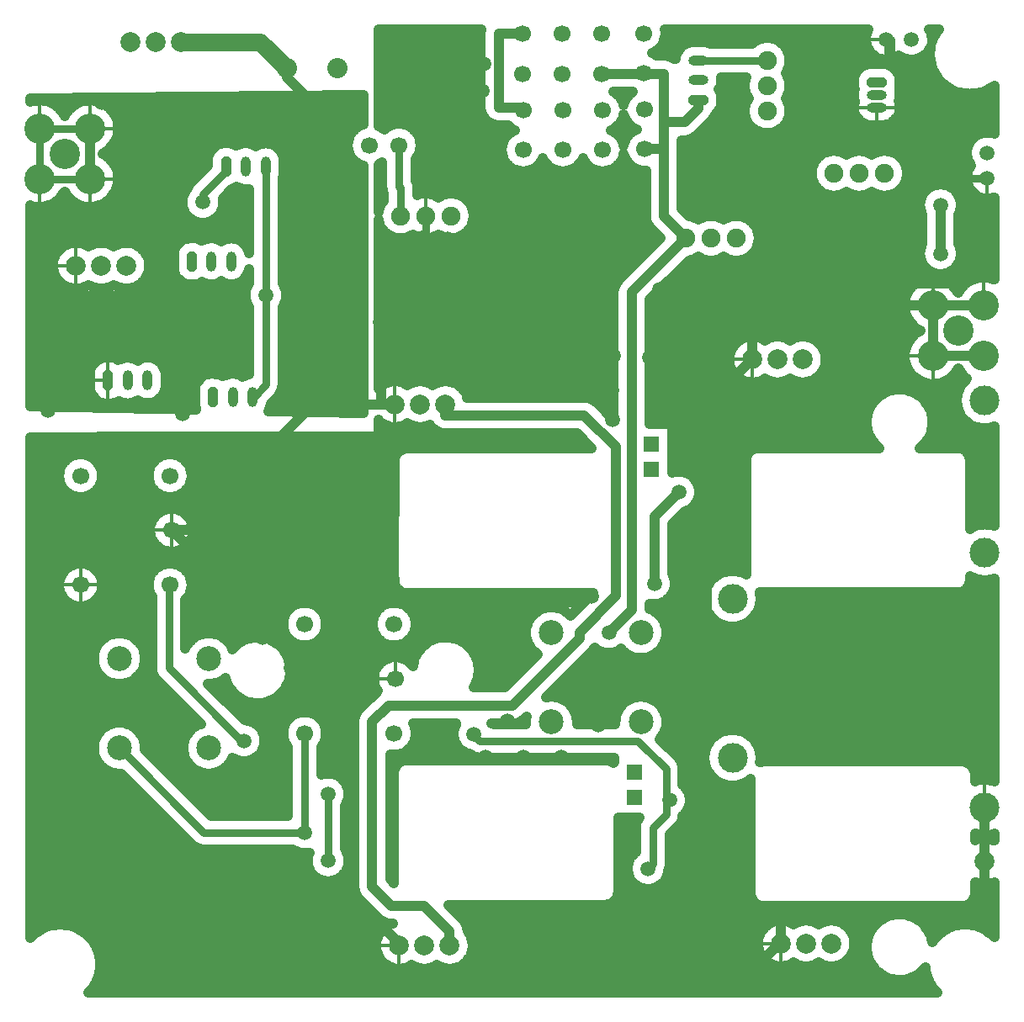
<source format=gbr>
G04 DipTrace 3.3.1.1*
G04 Bottom.gbr*
%MOIN*%
G04 #@! TF.FileFunction,Copper,L2,Bot*
G04 #@! TF.Part,Single*
%AMOUTLINE0*
4,1,8,
-0.019685,-0.029528,
-0.009843,-0.03937,
0.009843,-0.03937,
0.019685,-0.029528,
0.019685,0.029528,
0.009843,0.03937,
-0.009843,0.03937,
-0.019685,0.029528,
-0.019685,-0.029528,
0*%
%AMOUTLINE3*
4,1,8,
-0.029528,0.019685,
-0.03937,0.009843,
-0.03937,-0.009843,
-0.029528,-0.019685,
0.029528,-0.019685,
0.03937,-0.009843,
0.03937,0.009843,
0.029528,0.019685,
-0.029528,0.019685,
0*%
%AMOUTLINE6*
4,1,8,
0.029528,-0.019685,
0.03937,-0.009843,
0.03937,0.009843,
0.029528,0.019685,
-0.029528,0.019685,
-0.03937,0.009843,
-0.03937,-0.009843,
-0.029528,-0.019685,
0.029528,-0.019685,
0*%
G04 #@! TA.AperFunction,Conductor*
%ADD13C,0.03937*%
%ADD14C,0.029528*%
%ADD15C,0.07*%
G04 #@! TA.AperFunction,CopperBalancing*
%ADD19C,0.04*%
%ADD20C,0.013*%
G04 #@! TA.AperFunction,ComponentPad*
%ADD26C,0.12*%
%ADD27C,0.07874*%
%ADD28C,0.059055*%
%ADD29C,0.08*%
%ADD31C,0.066929*%
%ADD34C,0.11811*%
%ADD36C,0.098425*%
%ADD37R,0.059055X0.059055*%
%ADD39O,0.03937X0.07874*%
%ADD40O,0.07874X0.03937*%
%ADD41C,0.074803*%
%ADD42C,0.07874*%
%ADD93OUTLINE0*%
%ADD96OUTLINE3*%
%ADD99OUTLINE6*%
%FSLAX26Y26*%
G04*
G70*
G90*
G75*
G01*
G04 Bottom*
%LPD*%
X3099810Y3991152D2*
D13*
Y3957516D1*
X3045155Y3902861D1*
X2962310D1*
Y3795274D1*
Y3529705D1*
X3049164Y3442850D1*
X2835425Y3229112D1*
Y1970543D1*
X2744567Y1879685D1*
X2716835Y4094787D2*
X2962310D1*
Y3902861D1*
Y3795274D2*
X2886622D1*
Y3795671D1*
X1333824Y2814857D2*
D14*
X1337634D1*
X1384878Y2862101D1*
Y3216474D1*
X1385735Y3217331D1*
Y3598605D1*
X1385308Y3599031D1*
Y3728274D1*
X2401874Y4252268D2*
D13*
X2308669D1*
Y3961482D1*
X2405189D1*
Y3950476D1*
X2096996Y2785197D2*
Y2740101D1*
X2647260D1*
X2771467Y2615894D1*
Y2025329D1*
X2627854Y1881717D1*
Y1857227D1*
X2361549Y1590921D1*
X1871196D1*
X1807236Y1526962D1*
Y874298D1*
X1883706Y797828D1*
X2011906D1*
X2113693Y696041D1*
Y638765D1*
X4058430Y3381427D2*
Y3575068D1*
X4228361Y3176285D2*
X4028361D1*
X4233227Y973825D2*
Y826199D1*
X4171022Y763995D1*
X3733047D1*
X3514626D1*
X3461806D1*
X3426304Y728493D1*
Y648332D1*
X3312546Y2962436D2*
X3188682Y2838572D1*
Y2125579D1*
X3133381Y2070277D1*
Y1909798D1*
X3127664D1*
X4028361Y3176285D2*
X3818986D1*
X3696542D1*
X3405310D1*
X3312546Y3083521D1*
Y2962436D1*
X4233227Y973825D2*
X4233283Y1065614D1*
Y1187226D1*
X4028361Y2976285D2*
X4228361D1*
X3696542Y3176285D2*
Y3165386D1*
X3712118D1*
Y2831056D1*
X3630667Y2749605D1*
X4028361Y3176285D2*
Y2976285D1*
X1146314Y586604D2*
Y977421D1*
X3091282Y1733093D2*
X3084680D1*
Y1421210D1*
X3078854D1*
Y949896D1*
X3002147D1*
X3127664Y1909798D2*
Y1769475D1*
X3091282Y1733093D1*
X1624054Y2136286D2*
Y2140953D1*
X1422150D1*
X1156815D1*
X1011694Y2286073D1*
X1896996Y2785197D2*
X1841483D1*
X1571328D1*
X1317367Y2531236D1*
X1122474Y2336343D1*
Y2332239D1*
X1076308Y2286073D1*
X1011694D1*
X489234Y3678016D2*
D14*
X689234D1*
X489234Y3878016D2*
X689234D1*
X489234Y3678016D2*
Y3878016D1*
X3426304Y648332D2*
D13*
Y654101D1*
X3317394Y545190D1*
X3024196D1*
X1913693Y638765D2*
X1922348D1*
X1732644Y828469D1*
Y841255D1*
X3411976Y3175697D2*
X3405310Y3176285D1*
X3002147Y949896D2*
X3024196D1*
Y545190D1*
X3853364Y3264043D2*
X3818986Y3176285D1*
X3733047Y771168D2*
Y763995D1*
X3514626Y765343D2*
Y763995D1*
X1175879Y2264846D2*
Y2336343D1*
X1122474D1*
X1425546Y2068026D2*
X1422150Y2140953D1*
X1573434Y2791029D2*
X1571328Y2785197D1*
X1339348Y2571833D2*
X1317367Y2531236D1*
X2019201Y3531524D2*
D14*
Y3444294D1*
Y3426358D1*
X1841483D1*
D13*
Y2785197D1*
X2001327Y3444294D2*
D14*
X2019201D1*
X3772333Y2833094D2*
D13*
X3712118Y2831056D1*
X689234Y3878016D2*
Y3678016D1*
X3353428Y3548848D2*
Y3361402D1*
X3452231Y3262598D1*
X4125831D1*
X1049836Y4220201D2*
D15*
X1363176D1*
X1467971Y4115406D1*
D13*
Y4079777D1*
X1694000Y3853748D1*
Y3731008D1*
X1737073D1*
Y3657803D1*
X4261802Y1065598D2*
X4233283Y1065614D1*
X3844000Y4231008D2*
D14*
X3863240D1*
Y4167747D1*
X3895244Y4135743D1*
Y3895412D1*
X4006860Y3783797D1*
Y3777114D1*
X4102966Y3681008D1*
X4235362D1*
D13*
X4244000D1*
X1632577Y975961D2*
D14*
Y1240398D1*
X1919201Y3531524D2*
Y3642081D1*
X1913455Y3647827D1*
Y3811322D1*
X1299323Y1451231D2*
X1288507D1*
X1001135Y1738602D1*
Y2063598D1*
X1006151Y2068614D1*
X2924388Y2073752D2*
D13*
Y2340005D1*
X3021877Y2437493D1*
X1228543Y3727839D2*
D14*
Y3708719D1*
X1135927Y3616102D1*
Y3585332D1*
X1539423Y1480370D2*
X1540822Y1087354D1*
X1140385D1*
X805335Y1422404D1*
X2210260Y1477927D2*
Y1473677D1*
X2232627Y1451310D1*
X2858408D1*
X2971098Y1338619D1*
Y1215542D1*
Y1159100D1*
X2918677Y1106678D1*
Y963148D1*
X2899895Y944366D1*
X2971098Y1215542D2*
X2984916D1*
X3371810Y4147533D2*
X3243463D1*
X3243087Y4147909D1*
X3099390D1*
D28*
X2744567Y1879685D3*
X4058430Y3381427D3*
Y3575068D3*
X3630667Y2749605D3*
X1146314Y586604D3*
Y977421D3*
X1624054Y2136286D3*
X3024196Y545190D3*
X1632577Y975961D3*
Y1240398D3*
D3*
X2094000Y2632643D3*
X847470Y3494340D3*
X1573274Y3564285D3*
X1139293Y3177115D3*
X1112432Y2890958D3*
X1734934Y3538844D3*
X2294000Y2632643D3*
X3021877Y2437493D3*
X3537479Y1870814D3*
X4102752Y1841298D3*
X3537479Y1399864D3*
X4103864D3*
X1115605Y1918277D3*
X3439077Y4258202D3*
X916522Y795896D3*
X2237831Y2022843D3*
X1057340Y2747341D3*
X1735703Y3403874D3*
X3792831Y3046255D3*
X734283Y3981534D3*
X3411976Y3175697D3*
X2384277Y2022843D3*
X916811Y1824054D3*
X2262636Y1734127D3*
X3641127Y2632041D3*
X776978Y936772D3*
X2774507Y568386D3*
X1741287Y3039783D3*
X2169399Y3024525D3*
X1634029Y2016461D3*
X1928072Y3953450D3*
X2177430Y3874176D3*
X2530723Y2022843D3*
X2770647Y3626542D3*
X2751786Y3460579D3*
X2555648Y3281496D3*
X2677169Y2022843D3*
X1941650Y3191955D3*
X3183618Y3263633D3*
X4261802Y1065598D3*
X3335337Y3264883D3*
X4212171Y3343453D3*
X3471178Y3560154D3*
X4076062Y2794676D3*
X3810887Y2027797D3*
X3822951Y1399864D3*
X3537479Y1713829D3*
X4101808Y1607252D3*
X2505121Y568386D3*
X657434Y811752D3*
X640617Y1088381D3*
X1414659Y1989173D3*
X519660Y2066739D3*
Y2531008D3*
X522769Y2890600D3*
X519660Y1911983D3*
X1241903Y2070671D3*
X1994000Y2632643D3*
X2594000D3*
X2754522Y2839719D3*
X1958685Y1998643D3*
X2494000Y2632643D3*
X2347652Y2937870D3*
X2533972Y2841660D3*
X2586391Y2976028D3*
X3092290Y2882136D3*
X2924388Y2073752D3*
X3125089Y2973621D3*
X3021047Y2970119D3*
X2921234Y2769551D3*
X3925785Y2857458D3*
X3622381Y3025276D3*
X3642378Y3437496D3*
X3853364Y3264043D3*
X3909167Y3044126D3*
X2255522Y1385585D3*
X3619438Y2889846D3*
X3359383Y2627664D3*
X2581231Y1646240D3*
X2702761Y1512352D3*
X3296205Y774080D3*
X4254155Y743885D3*
X3934009Y490051D3*
X3733047Y771168D3*
X3514626Y765343D3*
X1272423Y922346D3*
X1372110Y1861413D3*
X513096Y1232287D3*
X1204232Y1652033D3*
X1705465Y1366409D3*
X3537479Y1556846D3*
X985227Y1396045D3*
X2341556Y1529063D3*
X2104853Y1385585D3*
X2176430Y782470D3*
X2314765D3*
X2453098D3*
X2591432D3*
X2729765D3*
X2909201Y568386D3*
X2659677Y688360D3*
X2370428Y568386D3*
X2639814D3*
X3537479Y2027797D3*
X4095627D3*
X3797126Y1874476D3*
X3800054Y1558303D3*
X3329696Y1694014D3*
Y1910980D3*
Y1477050D3*
X2017638Y1864525D3*
X2188522Y1863241D3*
X1486219Y1838173D3*
X1489398Y1650728D3*
X1651702Y1676211D3*
X1797835Y1664563D3*
X1655301Y1848198D3*
X1787974Y1844909D3*
X2406192Y1385585D3*
X952790Y2583718D3*
X2556861Y1385585D3*
X1211285Y2579772D3*
X1573434Y2791029D3*
X822203Y2492804D3*
X665680Y2299146D3*
X519660Y2221496D3*
Y2376252D3*
X975182Y2396684D3*
X1175879Y2264846D3*
X1119331Y2073318D3*
X1425546Y2068026D3*
X1221600Y1951993D3*
X720287Y1293841D3*
X845890Y1177783D3*
X943312Y1050228D3*
X1059495Y935948D3*
X1269127Y702463D3*
X1411178Y586454D3*
X2124010Y478887D3*
X1772881Y481374D3*
X1370676Y480430D3*
X1529188Y2524853D3*
X1064944Y2581967D3*
X1339348Y2571833D3*
X1841686Y3197072D3*
X1839753Y3110071D3*
X2037646Y3089450D3*
X2087155Y3194293D3*
X2267717Y3106924D3*
X2511458Y3166412D3*
X3050684Y3144117D3*
X3218541Y3162138D3*
X2086810Y2898517D3*
X1746126Y2933501D3*
X942009Y3170394D3*
X927493Y3408001D3*
X2002971Y3390046D3*
X2001327Y3444294D3*
X2106537Y3441007D3*
X2127908Y3368675D3*
X2945940Y3241231D3*
X2238050Y3371962D3*
X2329008Y3283816D3*
X2442995Y3284361D3*
X1737073Y3657803D3*
X2672551Y3314449D3*
X632618Y3500999D3*
X2670769Y3527643D3*
X2362270Y3704031D3*
X2490076Y3705747D3*
X522087Y2758959D3*
X2174488Y3712651D3*
X4218896Y3960699D3*
X2007902Y3707320D3*
X2059600Y3841680D3*
X2879757Y3619185D3*
X2860340Y3459617D3*
X2760509Y2723211D3*
X2761913Y2976028D3*
X2906563Y2971433D3*
X2915344Y2879094D3*
X3087735Y2769402D3*
X2350013Y3871846D3*
X2241463Y4028051D3*
X2249407Y4133953D3*
X2058785Y4088944D3*
X3353428Y3548848D3*
X3505530Y3364946D3*
X2641332Y2840369D3*
X2394000Y2632643D3*
X2194000D3*
X3505724Y2629853D3*
X3780906Y2632041D3*
X1147505Y489252D3*
X1012322Y664648D3*
X1405469Y921535D3*
X4012728Y2635459D3*
X4121518Y2643402D3*
X3772333Y2833094D3*
X3383776Y2027797D3*
X3668516D3*
X3953257D3*
X3329696Y1802497D3*
Y1585533D3*
X3401581Y1399864D3*
X3682495D3*
X3963407D3*
X1411140Y705836D3*
X1570471Y483860D3*
X1959463Y480430D3*
X539560Y953626D3*
X519660Y1757227D3*
X1954184Y1385585D3*
X515283Y1587748D3*
X513096Y1417676D3*
X761438Y1589890D3*
X1487165Y1739627D3*
X1707257Y1480029D3*
X921602Y1961765D3*
X1385735Y3217331D3*
X1732644Y841255D3*
X3002147Y949896D3*
X3127664Y1909798D3*
X3091282Y1733093D3*
X1299323Y1451231D3*
X1135927Y3585332D3*
X1540822Y1087354D3*
X2984916Y1215542D3*
X2210260Y1477927D3*
X2899895Y944366D3*
X2912295Y1706302D3*
X554742Y3971139D2*
D19*
X623713D1*
X754724D2*
X1769998D1*
X791290Y3931270D2*
X1769998D1*
X804029Y3891402D2*
X1762642D1*
X801661Y3851533D2*
X1716387D1*
X782965Y3811664D2*
X1188495D1*
X1421345D2*
X1706268D1*
X753720Y3771795D2*
X1155338D1*
X1456511D2*
X1716028D1*
X790932Y3731927D2*
X1153256D1*
X1460602D2*
X1760811D1*
X803957Y3692058D2*
X1114035D1*
X1458664D2*
X1769998D1*
X801804Y3652189D2*
X1076249D1*
X1455686D2*
X1769998D1*
X783432Y3612320D2*
X1055436D1*
X1230010D2*
X1314950D1*
X1455686D2*
X1769998D1*
X529443Y3572451D2*
X649012D1*
X729426D2*
X1051812D1*
X1220035D2*
X1315381D1*
X1456117D2*
X1769998D1*
X457388Y3532583D2*
X1070292D1*
X1201554D2*
X1315381D1*
X1456117D2*
X1769998D1*
X457388Y3492714D2*
X1315381D1*
X1456117D2*
X1769998D1*
X457388Y3452845D2*
X1315381D1*
X1456117D2*
X1769998D1*
X457388Y3412976D2*
X583667D1*
X882867D2*
X1028415D1*
X1456117D2*
X1769998D1*
X457388Y3373108D2*
X546993D1*
X919505D2*
X1017219D1*
X1456117D2*
X1769998D1*
X457388Y3333239D2*
X538309D1*
X928224D2*
X1017219D1*
X1456117D2*
X1769998D1*
X457388Y3293370D2*
X547998D1*
X918536D2*
X1025760D1*
X1456117D2*
X1769998D1*
X457388Y3253501D2*
X587399D1*
X879135D2*
X1309101D1*
X1462361D2*
X1769998D1*
X457388Y3213633D2*
X1300704D1*
X1470793D2*
X1769998D1*
X457388Y3173764D2*
X1313300D1*
X1458162D2*
X1769998D1*
X457388Y3133895D2*
X1314520D1*
X1455255D2*
X1769998D1*
X457388Y3094026D2*
X1314520D1*
X1455255D2*
X1769998D1*
X457388Y3054157D2*
X1314520D1*
X1455255D2*
X1769998D1*
X457388Y3014289D2*
X1314520D1*
X1455255D2*
X1769998D1*
X457388Y2974420D2*
X1314520D1*
X1455255D2*
X1769998D1*
X457388Y2934551D2*
X692288D1*
X983055D2*
X1314520D1*
X1455255D2*
X1769998D1*
X457388Y2894682D2*
X685219D1*
X992529D2*
X1131726D1*
X1455255D2*
X1769998D1*
X457388Y2854814D2*
X685219D1*
X992385D2*
X1102947D1*
X1454825D2*
X1769998D1*
X457388Y2814945D2*
X698388D1*
X976776D2*
X1101798D1*
X1435591D2*
X1769998D1*
X498511Y2775076D2*
X1102731D1*
X1406238D2*
X1769998D1*
X800818Y3876179D2*
X800093Y3865183D1*
X798287Y3854313D1*
X795418Y3843674D1*
X791514Y3833370D1*
X786613Y3823501D1*
X780762Y3814163D1*
X774019Y3805448D1*
X766449Y3797441D1*
X758127Y3790219D1*
X749132Y3783853D1*
X739554Y3778405D1*
X738776Y3778019D1*
X748113Y3772819D1*
X757176Y3766551D1*
X765576Y3759419D1*
X773231Y3751493D1*
X780068Y3742852D1*
X786019Y3733578D1*
X791027Y3723762D1*
X795042Y3713500D1*
X798026Y3702893D1*
X799949Y3692043D1*
X800792Y3681056D1*
X800592Y3670672D1*
X799325Y3659726D1*
X796984Y3648958D1*
X793593Y3638474D1*
X789185Y3628375D1*
X783803Y3618760D1*
X777498Y3609722D1*
X770333Y3601351D1*
X762377Y3593727D1*
X753708Y3586925D1*
X744411Y3581010D1*
X734575Y3576042D1*
X724298Y3572067D1*
X713678Y3569126D1*
X702821Y3567246D1*
X691831Y3566446D1*
X680815Y3566734D1*
X669882Y3568106D1*
X659137Y3570550D1*
X648686Y3574042D1*
X638630Y3578548D1*
X629068Y3584023D1*
X620092Y3590415D1*
X611790Y3597660D1*
X604243Y3605689D1*
X597524Y3614423D1*
X591700Y3623778D1*
X589185Y3628375D1*
X583803Y3618760D1*
X577498Y3609722D1*
X570333Y3601351D1*
X562377Y3593727D1*
X553708Y3586925D1*
X544411Y3581010D1*
X534575Y3576042D1*
X524298Y3572067D1*
X513678Y3569126D1*
X502821Y3567246D1*
X491831Y3566446D1*
X480815Y3566734D1*
X469882Y3568106D1*
X459137Y3570550D1*
X453373Y3572337D1*
X453370Y2775854D1*
X1110364Y2763671D1*
X1108309Y2768967D1*
X1106419Y2776840D1*
X1105783Y2784912D1*
X1105942Y2848016D1*
X1107209Y2856013D1*
X1109711Y2863714D1*
X1113387Y2870928D1*
X1118147Y2877479D1*
X1130739Y2890296D1*
X1136896Y2895555D1*
X1143800Y2899786D1*
X1151281Y2902884D1*
X1159154Y2904774D1*
X1167242Y2905409D1*
X1190960Y2905251D1*
X1198957Y2903984D1*
X1206658Y2901482D1*
X1213872Y2897806D1*
X1217253Y2895545D1*
X1227470Y2900416D1*
X1238108Y2903873D1*
X1249157Y2905623D1*
X1260343D1*
X1271391Y2903873D1*
X1282029Y2900416D1*
X1291996Y2895338D1*
X1294232Y2893844D1*
X1301470Y2898073D1*
X1311804Y2902354D1*
X1318499Y2904133D1*
X1318514Y3171889D1*
X1313450Y3180500D1*
X1310783Y3186285D1*
X1308578Y3192261D1*
X1306849Y3198392D1*
X1305606Y3204640D1*
X1304857Y3210966D1*
X1304607Y3217331D1*
X1304857Y3223696D1*
X1305606Y3230022D1*
X1306849Y3236270D1*
X1308578Y3242401D1*
X1310783Y3248377D1*
X1313450Y3254162D1*
X1319369Y3263920D1*
X1319371Y3319206D1*
X1317055Y3310058D1*
X1312774Y3299724D1*
X1306930Y3290186D1*
X1299665Y3281680D1*
X1291159Y3274416D1*
X1281622Y3268571D1*
X1271287Y3264290D1*
X1260410Y3261679D1*
X1249259Y3260801D1*
X1238107Y3261679D1*
X1227231Y3264290D1*
X1216896Y3268571D1*
X1209776Y3272800D1*
X1202539Y3268571D1*
X1192204Y3264290D1*
X1181328Y3261679D1*
X1170176Y3260801D1*
X1159025Y3261679D1*
X1148148Y3264290D1*
X1137813Y3268571D1*
X1133598Y3270932D1*
X1129299Y3267972D1*
X1122084Y3264296D1*
X1114383Y3261794D1*
X1106386Y3260527D1*
X1082653Y3260368D1*
X1074581Y3261004D1*
X1066707Y3262894D1*
X1059227Y3265992D1*
X1052323Y3270223D1*
X1046155Y3275493D1*
X1033573Y3288299D1*
X1028814Y3294850D1*
X1025138Y3302064D1*
X1022636Y3309765D1*
X1021369Y3317762D1*
X1021210Y3349370D1*
X1021369Y3384915D1*
X1022636Y3392912D1*
X1025138Y3400613D1*
X1028814Y3407827D1*
X1033573Y3414378D1*
X1046166Y3427195D1*
X1052323Y3432454D1*
X1059227Y3436685D1*
X1066707Y3439783D1*
X1074581Y3441673D1*
X1082668Y3442308D1*
X1106386Y3442150D1*
X1114383Y3440883D1*
X1122084Y3438381D1*
X1129299Y3434705D1*
X1132680Y3432444D1*
X1142897Y3437315D1*
X1153535Y3440772D1*
X1164583Y3442522D1*
X1175769D1*
X1186817Y3440772D1*
X1197456Y3437315D1*
X1207423Y3432237D1*
X1209659Y3430743D1*
X1216896Y3434972D1*
X1227231Y3439253D1*
X1238107Y3441864D1*
X1249259Y3442742D1*
X1260410Y3441864D1*
X1271287Y3439253D1*
X1281622Y3434972D1*
X1291159Y3429127D1*
X1299665Y3421863D1*
X1306930Y3413357D1*
X1312774Y3403819D1*
X1317055Y3393485D1*
X1319372Y3384088D1*
X1319149Y3593825D1*
X1318945Y3617404D1*
Y3638468D1*
X1311827Y3637540D1*
X1300641D1*
X1289593Y3639289D1*
X1278954Y3642746D1*
X1269655Y3647450D1*
X1265356Y3644490D1*
X1258142Y3640815D1*
X1254325Y3639408D1*
X1249487Y3635810D1*
X1215410Y3601733D1*
X1216804Y3591697D1*
X1217054Y3585332D1*
X1216804Y3578967D1*
X1216055Y3572641D1*
X1214813Y3566393D1*
X1213083Y3560262D1*
X1210879Y3554286D1*
X1208212Y3548501D1*
X1205099Y3542943D1*
X1201560Y3537646D1*
X1197616Y3532644D1*
X1193292Y3527966D1*
X1188615Y3523642D1*
X1183612Y3519698D1*
X1178316Y3516159D1*
X1172758Y3513047D1*
X1166973Y3510380D1*
X1160996Y3508175D1*
X1154865Y3506446D1*
X1148618Y3505203D1*
X1142292Y3504455D1*
X1135927Y3504204D1*
X1129561Y3504455D1*
X1123235Y3505203D1*
X1116988Y3506446D1*
X1110857Y3508175D1*
X1104880Y3510380D1*
X1099095Y3513047D1*
X1093537Y3516159D1*
X1088241Y3519698D1*
X1083238Y3523642D1*
X1078561Y3527966D1*
X1074237Y3532644D1*
X1070293Y3537646D1*
X1066754Y3542943D1*
X1063641Y3548501D1*
X1060974Y3554286D1*
X1058770Y3560262D1*
X1057041Y3566393D1*
X1055798Y3572641D1*
X1055049Y3578967D1*
X1054799Y3585332D1*
X1055049Y3591697D1*
X1055798Y3598023D1*
X1057041Y3604271D1*
X1058770Y3610402D1*
X1060974Y3616378D1*
X1063641Y3622163D1*
X1066754Y3627721D1*
X1072588Y3635929D1*
X1074614Y3641499D1*
X1079342Y3650777D1*
X1085463Y3659202D1*
X1101992Y3676020D1*
X1157281Y3731310D1*
X1157427Y3761433D1*
X1158693Y3769430D1*
X1161196Y3777131D1*
X1164871Y3784345D1*
X1169631Y3790896D1*
X1182224Y3803714D1*
X1188381Y3808972D1*
X1195284Y3813203D1*
X1202765Y3816301D1*
X1210638Y3818192D1*
X1218726Y3818826D1*
X1242444Y3818668D1*
X1250441Y3817401D1*
X1258142Y3814899D1*
X1265356Y3811223D1*
X1268738Y3808962D1*
X1278954Y3813834D1*
X1289593Y3817290D1*
X1300641Y3819040D1*
X1311827D1*
X1322875Y3817290D1*
X1333514Y3813834D1*
X1343480Y3808755D1*
X1345716Y3807261D1*
X1352954Y3811490D1*
X1363288Y3815771D1*
X1374165Y3818382D1*
X1385317Y3819260D1*
X1396468Y3818382D1*
X1407345Y3815771D1*
X1417679Y3811490D1*
X1427217Y3805646D1*
X1435723Y3798381D1*
X1442987Y3789875D1*
X1448832Y3780338D1*
X1453113Y3770003D1*
X1455724Y3759126D1*
X1456602Y3747975D1*
X1456382Y3703012D1*
X1454632Y3691964D1*
X1451667Y3682659D1*
X1451894Y3603812D1*
X1452099Y3580232D1*
Y3263985D1*
X1458020Y3254162D1*
X1460687Y3248377D1*
X1462892Y3242401D1*
X1464621Y3236270D1*
X1465864Y3230022D1*
X1466612Y3223696D1*
X1466862Y3217331D1*
X1466612Y3210966D1*
X1465864Y3204640D1*
X1464621Y3198392D1*
X1462892Y3192261D1*
X1460687Y3186285D1*
X1458020Y3180500D1*
X1454908Y3174942D1*
X1451230Y3169469D1*
X1451242Y2862101D1*
X1450425Y2851719D1*
X1447994Y2841593D1*
X1444009Y2831972D1*
X1438567Y2823093D1*
X1431789Y2815161D1*
X1404781Y2788151D1*
X1403148Y2778546D1*
X1399691Y2767908D1*
X1394880Y2758418D1*
X1773964Y2751382D1*
X1774000Y3728983D1*
X1762792Y3732732D1*
X1756727Y3735528D1*
X1750899Y3738792D1*
X1745345Y3742503D1*
X1740100Y3746638D1*
X1735195Y3751172D1*
X1730662Y3756077D1*
X1726526Y3761322D1*
X1722816Y3766875D1*
X1719552Y3772703D1*
X1716756Y3778769D1*
X1714444Y3785035D1*
X1712631Y3791464D1*
X1711328Y3798014D1*
X1710543Y3804647D1*
X1710281Y3811322D1*
X1710543Y3817996D1*
X1711328Y3824629D1*
X1712631Y3831179D1*
X1714444Y3837608D1*
X1716756Y3843874D1*
X1719552Y3849940D1*
X1722816Y3855768D1*
X1726526Y3861321D1*
X1730662Y3866567D1*
X1735195Y3871471D1*
X1740100Y3876005D1*
X1745345Y3880140D1*
X1750899Y3883851D1*
X1756727Y3887115D1*
X1762792Y3889911D1*
X1774006Y3893618D1*
X1774000Y4010817D1*
X453345Y3996266D1*
X453370Y3983716D1*
X463308Y3986563D1*
X474139Y3988590D1*
X485117Y3989540D1*
X496135Y3989402D1*
X507086Y3988179D1*
X517863Y3985881D1*
X528361Y3982532D1*
X538477Y3978164D1*
X548113Y3972819D1*
X557176Y3966551D1*
X565576Y3959419D1*
X573231Y3951493D1*
X580068Y3942852D1*
X586019Y3933578D1*
X589231Y3927557D1*
X593866Y3935978D1*
X600047Y3945100D1*
X607098Y3953569D1*
X614949Y3961300D1*
X623524Y3968220D1*
X632740Y3974261D1*
X642507Y3979363D1*
X652729Y3983477D1*
X663308Y3986563D1*
X674139Y3988590D1*
X685117Y3989540D1*
X696135Y3989402D1*
X707086Y3988179D1*
X717863Y3985881D1*
X728361Y3982532D1*
X738477Y3978164D1*
X748113Y3972819D1*
X757176Y3966551D1*
X765576Y3959419D1*
X773231Y3951493D1*
X780068Y3942852D1*
X786019Y3933578D1*
X791027Y3923762D1*
X795042Y3913500D1*
X798026Y3902893D1*
X799949Y3892043D1*
X800792Y3881056D1*
X800818Y3876179D1*
X1157268Y3740964D2*
Y3740996D1*
X1105784Y2827547D2*
Y2827579D1*
Y2801300D2*
Y2801332D1*
X714145Y2803077D2*
X701814Y2815593D1*
X697412Y2821470D1*
X693888Y2827912D1*
X691314Y2834789D1*
X689742Y2841961D1*
X689205Y2849292D1*
X689335Y2912118D1*
X690378Y2919386D1*
X692441Y2926433D1*
X695484Y2933116D1*
X699445Y2939299D1*
X704248Y2944863D1*
X716849Y2957279D1*
X722726Y2961682D1*
X729168Y2965206D1*
X736045Y2967780D1*
X743217Y2969351D1*
X750548Y2969889D1*
X773684Y2969780D1*
X780959Y2968783D1*
X788019Y2966763D1*
X794720Y2963762D1*
X800934Y2959835D1*
X810891Y2964896D1*
X821530Y2968352D1*
X832578Y2970102D1*
X843764D1*
X854812Y2968352D1*
X865450Y2964896D1*
X875417Y2959817D1*
X877653Y2958323D1*
X884891Y2962552D1*
X895225Y2966833D1*
X906102Y2969444D1*
X917253Y2970322D1*
X928405Y2969444D1*
X939282Y2966833D1*
X949616Y2962552D1*
X959154Y2956708D1*
X967660Y2949443D1*
X974924Y2940937D1*
X980769Y2931400D1*
X985050Y2921065D1*
X987661Y2910188D1*
X988539Y2899037D1*
X988319Y2854074D1*
X986569Y2843026D1*
X983112Y2832387D1*
X978034Y2822420D1*
X971459Y2813371D1*
X963549Y2805461D1*
X954500Y2798886D1*
X944533Y2793808D1*
X933895Y2790351D1*
X922846Y2788602D1*
X911661D1*
X900612Y2790351D1*
X889974Y2793808D1*
X880007Y2798886D1*
X877771Y2800380D1*
X870534Y2796151D1*
X860199Y2791871D1*
X849322Y2789259D1*
X838171Y2788382D1*
X827019Y2789259D1*
X816143Y2791871D1*
X805808Y2796151D1*
X801592Y2798512D1*
X796691Y2795189D1*
X790128Y2791897D1*
X783164Y2789569D1*
X775940Y2788254D1*
X768495Y2787949D1*
X746976Y2788079D1*
X739707Y2789122D1*
X732660Y2791185D1*
X725977Y2794228D1*
X719794Y2798188D1*
X714231Y2802992D1*
X923948Y3327124D2*
X923109Y3320030D1*
X921715Y3313025D1*
X919776Y3306150D1*
X917304Y3299448D1*
X914313Y3292962D1*
X910823Y3286729D1*
X906855Y3280790D1*
X902433Y3275181D1*
X897584Y3269936D1*
X892339Y3265087D1*
X886729Y3260665D1*
X880790Y3256696D1*
X874558Y3253206D1*
X868071Y3250216D1*
X861370Y3247743D1*
X854495Y3245805D1*
X847489Y3244411D1*
X840396Y3243572D1*
X833259Y3243291D1*
X826121Y3243572D1*
X819028Y3244411D1*
X812022Y3245805D1*
X805147Y3247743D1*
X798446Y3250216D1*
X791959Y3253206D1*
X783337Y3258293D1*
X774558Y3253206D1*
X768071Y3250216D1*
X761370Y3247743D1*
X754495Y3245805D1*
X747489Y3244411D1*
X740396Y3243572D1*
X733259Y3243291D1*
X726121Y3243572D1*
X719028Y3244411D1*
X712022Y3245805D1*
X705147Y3247743D1*
X698446Y3250216D1*
X691959Y3253206D1*
X683337Y3258293D1*
X675282Y3253579D1*
X666934Y3249754D1*
X658243Y3246789D1*
X649298Y3244716D1*
X640189Y3243555D1*
X631010Y3243319D1*
X621853Y3244009D1*
X612813Y3245618D1*
X603981Y3248131D1*
X595447Y3251521D1*
X587299Y3255755D1*
X579619Y3260788D1*
X572485Y3266569D1*
X565971Y3273041D1*
X560142Y3280136D1*
X555058Y3287783D1*
X550771Y3295903D1*
X547324Y3304414D1*
X544753Y3313229D1*
X543084Y3322259D1*
X542333Y3331410D1*
X542509Y3340591D1*
X543609Y3349707D1*
X545623Y3358666D1*
X548530Y3367376D1*
X552300Y3375749D1*
X556895Y3383699D1*
X562268Y3391146D1*
X568364Y3398013D1*
X575121Y3404230D1*
X582471Y3409734D1*
X590338Y3414470D1*
X598643Y3418388D1*
X607300Y3421449D1*
X616222Y3423622D1*
X625317Y3424884D1*
X634493Y3425223D1*
X643657Y3424635D1*
X652715Y3423126D1*
X661574Y3420712D1*
X670145Y3417417D1*
X678340Y3413275D1*
X683251Y3410261D1*
X691959Y3415316D1*
X698446Y3418307D1*
X705147Y3420779D1*
X712022Y3422718D1*
X719028Y3424111D1*
X726121Y3424951D1*
X733259Y3425231D1*
X740396Y3424951D1*
X747489Y3424111D1*
X754495Y3422718D1*
X761370Y3420779D1*
X768071Y3418307D1*
X774558Y3415316D1*
X783180Y3410229D1*
X791959Y3415316D1*
X798446Y3418307D1*
X805147Y3420779D1*
X812022Y3422718D1*
X819028Y3424111D1*
X826121Y3424951D1*
X833259Y3425231D1*
X840396Y3424951D1*
X847489Y3424111D1*
X854495Y3422718D1*
X861370Y3420779D1*
X868071Y3418307D1*
X874558Y3415316D1*
X880790Y3411826D1*
X886729Y3407857D1*
X892339Y3403435D1*
X897584Y3398587D1*
X902433Y3393341D1*
X906855Y3387732D1*
X910823Y3381793D1*
X914313Y3375561D1*
X917304Y3369074D1*
X919776Y3362372D1*
X921715Y3355498D1*
X923109Y3348492D1*
X923948Y3341399D1*
X924229Y3334261D1*
X923948Y3327124D1*
X689234Y3989580D2*
D20*
Y3878016D1*
X800798D1*
X689234Y3678016D2*
Y3566452D1*
Y3678016D2*
X800798D1*
X489234D2*
Y3566452D1*
Y3989580D2*
Y3878016D1*
X760490Y2969924D2*
Y2787914D1*
X689170Y2878919D2*
X760490D1*
X633259Y3425195D2*
Y3243327D1*
X542324Y3334261D2*
X633259D1*
X1835308Y4231769D2*
D19*
X2233374D1*
X2969141D2*
X3339073D1*
X3404524D2*
X3758882D1*
X1835308Y4191900D2*
X2233374D1*
X2944417D2*
X3019560D1*
X3452967D2*
X3768930D1*
X1835308Y4152031D2*
X2233374D1*
X3464702D2*
X3821428D1*
X3866569D2*
X3921438D1*
X3966542D2*
X4014055D1*
X1835308Y4112163D2*
X2233374D1*
X3457489D2*
X3731000D1*
X3881855D2*
X4024856D1*
X1835308Y4072294D2*
X2233374D1*
X3194243D2*
X3282304D1*
X3461293D2*
X3711479D1*
X3901376D2*
X4048898D1*
X1835308Y4032425D2*
X2233374D1*
X3184303D2*
X3280116D1*
X3463517D2*
X3714637D1*
X3898218D2*
X4098526D1*
X1835308Y3992556D2*
X2233374D1*
X3194745D2*
X3291024D1*
X3452573D2*
X3713991D1*
X3898864D2*
X4267612D1*
X1835308Y3952688D2*
X2233912D1*
X3186097D2*
X3278967D1*
X3464666D2*
X3711982D1*
X3900874D2*
X4267612D1*
X1835308Y3912819D2*
X2252572D1*
X3159327D2*
X3285857D1*
X3457776D2*
X3730606D1*
X3882286D2*
X4267612D1*
X1976082Y3872950D2*
X2366181D1*
X2759147D2*
X2847065D1*
X3120070D2*
X3319229D1*
X3424368D2*
X4267612D1*
X1999694Y3833081D2*
X2326170D1*
X3063732D2*
X4177794D1*
X2000555Y3793213D2*
X2316123D1*
X3037608D2*
X4159780D1*
X1983833Y3753344D2*
X2325919D1*
X3037608D2*
X3561519D1*
X3912070D2*
X4163728D1*
X1983833Y3713475D2*
X2370990D1*
X2439383D2*
X2528449D1*
X2596878D2*
X2685945D1*
X2754338D2*
X2860701D1*
X3037608D2*
X3544833D1*
X3928792D2*
X4165665D1*
X1983833Y3673606D2*
X2887040D1*
X3037608D2*
X3547812D1*
X3925813D2*
X4159206D1*
X1989574Y3633738D2*
X2887040D1*
X3037608D2*
X3573433D1*
X3900192D2*
X3998409D1*
X4118476D2*
X4174062D1*
X2186722Y3593869D2*
X2887040D1*
X3037608D2*
X3975515D1*
X4141334D2*
X4267612D1*
X2209329Y3554000D2*
X2887040D1*
X3042811D2*
X3976089D1*
X4140760D2*
X4267612D1*
X2210478Y3514131D2*
X2888763D1*
X3306452D2*
X3983159D1*
X4133726D2*
X4267612D1*
X2191351Y3474262D2*
X2912949D1*
X3336452D2*
X3983159D1*
X4133726D2*
X4267612D1*
X1835308Y3434394D2*
X2935879D1*
X3341762D2*
X3983159D1*
X4133726D2*
X4267612D1*
X1835308Y3394525D2*
X2896011D1*
X3327911D2*
X3974367D1*
X4142482D2*
X4267612D1*
X1835308Y3354656D2*
X2856144D1*
X3065777D2*
X3133206D1*
X3165140D2*
X3233215D1*
X3265114D2*
X3977848D1*
X4139001D2*
X4267612D1*
X1835308Y3314787D2*
X2816277D1*
X3025910D2*
X4008170D1*
X4108715D2*
X4267612D1*
X1835308Y3274919D2*
X2776804D1*
X2986042D2*
X3972142D1*
X4084565D2*
X4172161D1*
X1835308Y3235050D2*
X2760405D1*
X2946175D2*
X3929476D1*
X1835308Y3195181D2*
X2760154D1*
X2910722D2*
X3914369D1*
X1835308Y3155312D2*
X2760154D1*
X2910722D2*
X3914763D1*
X1835308Y3115444D2*
X2760154D1*
X2910722D2*
X3930803D1*
X1835308Y3075575D2*
X2760154D1*
X2910722D2*
X3973398D1*
X1835308Y3035706D2*
X2760154D1*
X2910722D2*
X3254638D1*
X3570452D2*
X3929906D1*
X1835308Y2995837D2*
X2760154D1*
X2910722D2*
X3223921D1*
X3601169D2*
X3914476D1*
X1835308Y2955969D2*
X2760154D1*
X2910722D2*
X3217821D1*
X3607270D2*
X3914620D1*
X1835308Y2916100D2*
X2760154D1*
X2910722D2*
X3230272D1*
X3594818D2*
X3930373D1*
X1835308Y2876231D2*
X2760154D1*
X2910722D2*
X3279506D1*
X3345602D2*
X3379479D1*
X3445611D2*
X3479488D1*
X3545620D2*
X3974941D1*
X4081802D2*
X4149876D1*
X2176208Y2836362D2*
X2760154D1*
X2910722D2*
X3849023D1*
X3944437D2*
X4125296D1*
X2694878Y2796493D2*
X2760154D1*
X2910722D2*
X3792183D1*
X4001278D2*
X4119052D1*
X2735535Y2756625D2*
X2760154D1*
X2910722D2*
X3769684D1*
X4023741D2*
X4127664D1*
X2910722Y2716756D2*
X3762435D1*
X4031026D2*
X4156264D1*
X1835308Y2676887D2*
X2060053D1*
X2998817D2*
X3767638D1*
X4025787D2*
X4267612D1*
X457966Y2637018D2*
X2645540D1*
X2998817D2*
X3787231D1*
X4006230D2*
X4267612D1*
X457930Y2597150D2*
X1907761D1*
X2998817D2*
X3298919D1*
X4164084D2*
X4267612D1*
X457930Y2557281D2*
X583455D1*
X720207D2*
X937775D1*
X1074528D2*
X1890177D1*
X2998817D2*
X3283812D1*
X4179192D2*
X4267612D1*
X457930Y2517412D2*
X564221D1*
X739405D2*
X918541D1*
X1093762D2*
X1890177D1*
X3039833D2*
X3283812D1*
X4179192D2*
X4267612D1*
X457930Y2477543D2*
X566266D1*
X737396D2*
X920587D1*
X1091716D2*
X1890177D1*
X3096422D2*
X3283812D1*
X4179192D2*
X4267612D1*
X457894Y2437675D2*
X591780D1*
X711846D2*
X946136D1*
X1066167D2*
X1890177D1*
X3107008D2*
X3283812D1*
X4179192D2*
X4267612D1*
X457894Y2397806D2*
X1890177D1*
X3096638D2*
X3283812D1*
X4179192D2*
X4267612D1*
X457894Y2357937D2*
X962177D1*
X1061215D2*
X1890177D1*
X3047117D2*
X3283812D1*
X4179192D2*
X4267612D1*
X457858Y2318068D2*
X928876D1*
X1094515D2*
X1890177D1*
X3007250D2*
X3283812D1*
X4179192D2*
X4267612D1*
X457858Y2278199D2*
X922991D1*
X1100400D2*
X1890177D1*
X2999678D2*
X3283812D1*
X457858Y2238331D2*
X937309D1*
X1086082D2*
X1890177D1*
X2999678D2*
X3283812D1*
X457858Y2198462D2*
X1890177D1*
X2999678D2*
X3283812D1*
X457822Y2158593D2*
X1890177D1*
X2999678D2*
X3283812D1*
X457822Y2118724D2*
X579077D1*
X724549D2*
X933397D1*
X1078906D2*
X1890177D1*
X2999678D2*
X3194998D1*
X457822Y2078856D2*
X563360D1*
X740267D2*
X917716D1*
X1094587D2*
X1890788D1*
X3009367D2*
X3140777D1*
X4178187D2*
X4267612D1*
X457822Y2038987D2*
X568096D1*
X735566D2*
X922417D1*
X1089886D2*
X1925057D1*
X3001688D2*
X3122584D1*
X4132147D2*
X4267612D1*
X457786Y1999118D2*
X598777D1*
X704885D2*
X930778D1*
X1071513D2*
X2640444D1*
X2960206D2*
X3120682D1*
X3348006D2*
X4267612D1*
X457786Y1959249D2*
X930778D1*
X1071513D2*
X1463730D1*
X1615087D2*
X1818086D1*
X1969443D2*
X2451227D1*
X2937384D2*
X3134103D1*
X3334586D2*
X4267612D1*
X457786Y1919381D2*
X930778D1*
X1071513D2*
X1450560D1*
X1628293D2*
X1804881D1*
X1982613D2*
X2420474D1*
X2968136D2*
X3172750D1*
X3295938D2*
X4267612D1*
X457750Y1879512D2*
X930778D1*
X1071513D2*
X1457414D1*
X1621439D2*
X1811735D1*
X1975759D2*
X2412328D1*
X2976282D2*
X4267612D1*
X457750Y1839643D2*
X722542D1*
X888109D2*
X930778D1*
X1242430D2*
X1277563D1*
X1427879D2*
X1493119D1*
X1585734D2*
X1847439D1*
X1940054D2*
X2021370D1*
X2174557D2*
X2420618D1*
X2967993D2*
X4267612D1*
X457750Y1799774D2*
X703200D1*
X907487D2*
X930778D1*
X1467101D2*
X1983010D1*
X2212918D2*
X2451693D1*
X2675214D2*
X2726566D1*
X2762556D2*
X2806014D1*
X2936917D2*
X4267612D1*
X457750Y1759906D2*
X701944D1*
X908743D2*
X930778D1*
X1483679D2*
X1837141D1*
X2229137D2*
X2425713D1*
X2635346D2*
X4267612D1*
X457714Y1720037D2*
X717985D1*
X892703D2*
X933433D1*
X1486658D2*
X1813170D1*
X2231829D2*
X2385846D1*
X2595479D2*
X4267612D1*
X457714Y1680168D2*
X772385D1*
X838266D2*
X961710D1*
X1192623D2*
X1228473D1*
X1476969D2*
X1812093D1*
X2221817D2*
X2345978D1*
X2555612D2*
X4267612D1*
X457714Y1640299D2*
X1001577D1*
X1197288D2*
X1254597D1*
X1450881D2*
X1815754D1*
X2515744D2*
X4267612D1*
X457714Y1600430D2*
X1041445D1*
X1237155D2*
X1339571D1*
X1365907D2*
X1775886D1*
X2588410D2*
X2800200D1*
X2942766D2*
X4267612D1*
X457679Y1560562D2*
X1081312D1*
X1277022D2*
X1507042D1*
X1571811D2*
X1740361D1*
X2615610D2*
X2773000D1*
X2969930D2*
X4267612D1*
X457679Y1520693D2*
X778916D1*
X831735D2*
X1121179D1*
X1345238D2*
X1460536D1*
X1618317D2*
X1731964D1*
X2377770D2*
X2412436D1*
X2621854D2*
X2766756D1*
X2976174D2*
X4267612D1*
X457679Y1480824D2*
X719169D1*
X891483D2*
X1073489D1*
X1378862D2*
X1450345D1*
X1628472D2*
X1731964D1*
X1982828D2*
X2125183D1*
X2965911D2*
X3176877D1*
X3291812D2*
X4267612D1*
X457643Y1440955D2*
X702231D1*
X908420D2*
X1056588D1*
X1383814D2*
X1460034D1*
X1618819D2*
X1731964D1*
X1973140D2*
X2134046D1*
X2966629D2*
X3135502D1*
X3333186D2*
X4267612D1*
X457643Y1401087D2*
X702806D1*
X924496D2*
X1057126D1*
X1367092D2*
X1469328D1*
X1610063D2*
X1731964D1*
X1928571D2*
X2180229D1*
X3006496D2*
X3121005D1*
X3347647D2*
X4267612D1*
X457643Y1361218D2*
X721214D1*
X964363D2*
X1075535D1*
X1243793D2*
X1469471D1*
X1610207D2*
X1731964D1*
X1882532D2*
X1906397D1*
X3037500D2*
X3122046D1*
X4175137D2*
X4267612D1*
X457643Y1321349D2*
X808520D1*
X1004231D2*
X1469615D1*
X1641901D2*
X1731964D1*
X3041448D2*
X3139091D1*
X4198605D2*
X4267612D1*
X457607Y1281480D2*
X848424D1*
X1044098D2*
X1469758D1*
X1706520D2*
X1731964D1*
X3041448D2*
X3188575D1*
X3280113D2*
X3303261D1*
X457607Y1241612D2*
X888291D1*
X1083965D2*
X1469902D1*
X3065741D2*
X3303261D1*
X457607Y1201743D2*
X928158D1*
X1123833D2*
X1470045D1*
X1707920D2*
X1731964D1*
X3068863D2*
X3303261D1*
X457607Y1161874D2*
X968026D1*
X1163700D2*
X1470189D1*
X1702932D2*
X1731964D1*
X3049773D2*
X3303261D1*
X457571Y1122005D2*
X1007893D1*
X1702932D2*
X1731964D1*
X2785414D2*
X2850115D1*
X3030144D2*
X3303261D1*
X457571Y1082136D2*
X1047760D1*
X1702932D2*
X1731964D1*
X2785414D2*
X2848321D1*
X2991999D2*
X3303261D1*
X457571Y1042268D2*
X1087628D1*
X1702932D2*
X1731964D1*
X2785414D2*
X2848321D1*
X2989057D2*
X3303261D1*
X457535Y1002399D2*
X1551861D1*
X2785414D2*
X2839207D1*
X2989057D2*
X3303261D1*
X457535Y962530D2*
X1548560D1*
X2785414D2*
X2816815D1*
X2989021D2*
X3303261D1*
X457535Y922661D2*
X1567399D1*
X1697728D2*
X1731964D1*
X2785414D2*
X2817712D1*
X2982059D2*
X3303261D1*
X457535Y882793D2*
X1731964D1*
X2785414D2*
X2843082D1*
X2956725D2*
X3303261D1*
X4198677D2*
X4267612D1*
X457499Y842924D2*
X1739213D1*
X2784625D2*
X3303404D1*
X4198569D2*
X4267612D1*
X457499Y803055D2*
X1773662D1*
X2746695D2*
X3328272D1*
X4173701D2*
X4267612D1*
X457499Y763186D2*
X1813529D1*
X2151376D2*
X3879776D1*
X3913649D2*
X4267612D1*
X457463Y723318D2*
X1876147D1*
X2183564D2*
X3370795D1*
X3681801D2*
X3798283D1*
X3995178D2*
X4267612D1*
X679694Y683449D2*
X1830466D1*
X2196949D2*
X3338391D1*
X3714240D2*
X3772339D1*
X4021122D2*
X4047678D1*
X712169Y643580D2*
X1818840D1*
X2208540D2*
X3331466D1*
X3721166D2*
X3762758D1*
X728281Y603711D2*
X1825765D1*
X2201650D2*
X3343021D1*
X3709575D2*
X3765844D1*
X733090Y563843D2*
X1858097D1*
X2169283D2*
X3388593D1*
X3464020D2*
X3488567D1*
X3564029D2*
X3588576D1*
X3664038D2*
X3782566D1*
X727671Y523974D2*
X3822039D1*
X3971386D2*
X3999773D1*
X710770Y484105D2*
X4016710D1*
X4026740Y2704387D2*
X4025770Y2695254D1*
X4024161Y2686211D1*
X4021918Y2677305D1*
X4019054Y2668579D1*
X4015582Y2660076D1*
X4011520Y2651838D1*
X4006888Y2643907D1*
X4001709Y2636322D1*
X3996009Y2629121D1*
X3989815Y2622339D1*
X3983160Y2616009D1*
X3977487Y2611329D1*
X4129122Y2611186D1*
X4136872Y2609958D1*
X4144334Y2607534D1*
X4151324Y2603972D1*
X4157672Y2599360D1*
X4163220Y2593812D1*
X4167832Y2587465D1*
X4171394Y2580474D1*
X4173818Y2573012D1*
X4175045Y2565263D1*
X4175200Y2533781D1*
Y2291670D1*
X4183806Y2296569D1*
X4191696Y2300207D1*
X4199848Y2303214D1*
X4208210Y2305573D1*
X4216732Y2307268D1*
X4225360Y2308289D1*
X4234042Y2308630D1*
X4242724Y2308289D1*
X4251352Y2307268D1*
X4259874Y2305573D1*
X4271580Y2301981D1*
X4271598Y2695584D1*
X4259493Y2691965D1*
X4250972Y2690270D1*
X4242343Y2689249D1*
X4233661Y2688908D1*
X4224980Y2689249D1*
X4216351Y2690270D1*
X4207829Y2691965D1*
X4199467Y2694324D1*
X4191316Y2697331D1*
X4183425Y2700969D1*
X4175844Y2705214D1*
X4168620Y2710041D1*
X4161797Y2715420D1*
X4155416Y2721318D1*
X4149519Y2727698D1*
X4144140Y2734522D1*
X4139312Y2741746D1*
X4135067Y2749327D1*
X4131429Y2757217D1*
X4128422Y2765369D1*
X4126064Y2773731D1*
X4124369Y2782253D1*
X4123347Y2790881D1*
X4123006Y2799563D1*
X4123347Y2808245D1*
X4124369Y2816873D1*
X4126064Y2825395D1*
X4128422Y2833757D1*
X4131429Y2841909D1*
X4135067Y2849799D1*
X4139312Y2857380D1*
X4144140Y2864604D1*
X4149519Y2871428D1*
X4155416Y2877808D1*
X4163796Y2885282D1*
X4156373Y2891007D1*
X4148314Y2898522D1*
X4141035Y2906795D1*
X4134608Y2915746D1*
X4129095Y2925287D1*
X4128313Y2926644D1*
X4122930Y2917029D1*
X4116625Y2907992D1*
X4109460Y2899620D1*
X4101504Y2891996D1*
X4092835Y2885194D1*
X4083538Y2879279D1*
X4073702Y2874311D1*
X4063425Y2870336D1*
X4052806Y2867395D1*
X4041948Y2865515D1*
X4030958Y2864715D1*
X4019943Y2865003D1*
X4009009Y2866375D1*
X3998265Y2868820D1*
X3987814Y2872311D1*
X3977758Y2876817D1*
X3968195Y2882292D1*
X3959219Y2888684D1*
X3950917Y2895929D1*
X3943370Y2903958D1*
X3936652Y2912692D1*
X3930827Y2922047D1*
X3925954Y2931929D1*
X3922079Y2942245D1*
X3919240Y2952892D1*
X3917465Y2963767D1*
X3916771Y2974764D1*
X3917165Y2985777D1*
X3918643Y2996696D1*
X3921191Y3007417D1*
X3924784Y3017834D1*
X3929386Y3027846D1*
X3934953Y3037355D1*
X3941431Y3046269D1*
X3948757Y3054501D1*
X3956858Y3061970D1*
X3965657Y3068603D1*
X3975067Y3074337D1*
X3978819Y3076282D1*
X3969750Y3081314D1*
X3960670Y3087557D1*
X3952250Y3094665D1*
X3944572Y3102569D1*
X3937711Y3111191D1*
X3931734Y3120448D1*
X3926698Y3130250D1*
X3922654Y3140500D1*
X3919640Y3151099D1*
X3917686Y3161943D1*
X3916811Y3172928D1*
X3917024Y3183945D1*
X3918322Y3194887D1*
X3920693Y3205648D1*
X3924114Y3216123D1*
X3928551Y3226209D1*
X3933961Y3235809D1*
X3940291Y3244828D1*
X3947480Y3253180D1*
X3955457Y3260781D1*
X3964145Y3267559D1*
X3973460Y3273447D1*
X3983309Y3278387D1*
X3993598Y3282332D1*
X4004225Y3285244D1*
X4015088Y3287093D1*
X4026080Y3287861D1*
X4037095Y3287542D1*
X4048024Y3286139D1*
X4058762Y3283664D1*
X4069203Y3280143D1*
X4079246Y3275609D1*
X4088793Y3270106D1*
X4097751Y3263689D1*
X4106033Y3256420D1*
X4113557Y3248370D1*
X4120250Y3239616D1*
X4126048Y3230246D1*
X4128359Y3225826D1*
X4132993Y3234247D1*
X4139174Y3243369D1*
X4146225Y3251838D1*
X4154076Y3259569D1*
X4162651Y3266489D1*
X4171868Y3272530D1*
X4181634Y3277632D1*
X4191857Y3281746D1*
X4202435Y3284832D1*
X4213266Y3286859D1*
X4224244Y3287809D1*
X4235262Y3287671D1*
X4246213Y3286448D1*
X4256990Y3284150D1*
X4267488Y3280801D1*
X4271602Y3279163D1*
X4271598Y3604746D1*
X4264644Y3602551D1*
X4255646Y3600721D1*
X4246500Y3599919D1*
X4237322Y3600156D1*
X4228229Y3601428D1*
X4219338Y3603720D1*
X4210763Y3607001D1*
X4202614Y3611231D1*
X4194995Y3616354D1*
X4188003Y3622305D1*
X4181729Y3629008D1*
X4176252Y3636377D1*
X4171643Y3644318D1*
X4167961Y3652729D1*
X4165252Y3661502D1*
X4163553Y3670524D1*
X4162883Y3679681D1*
X4163253Y3688855D1*
X4164657Y3697929D1*
X4167077Y3706786D1*
X4170482Y3715312D1*
X4174829Y3723400D1*
X4180111Y3731005D1*
X4174827Y3738619D1*
X4171715Y3744177D1*
X4169048Y3749962D1*
X4166843Y3755938D1*
X4165114Y3762069D1*
X4163871Y3768317D1*
X4163123Y3774643D1*
X4162872Y3781008D1*
X4163123Y3787373D1*
X4163871Y3793699D1*
X4165114Y3799947D1*
X4166843Y3806078D1*
X4169048Y3812054D1*
X4171715Y3817839D1*
X4174827Y3823397D1*
X4178366Y3828693D1*
X4182310Y3833696D1*
X4186634Y3838374D1*
X4191312Y3842698D1*
X4196314Y3846641D1*
X4201611Y3850180D1*
X4207169Y3853293D1*
X4212954Y3855960D1*
X4218930Y3858165D1*
X4225061Y3859894D1*
X4231309Y3861137D1*
X4237635Y3861885D1*
X4244000Y3862135D1*
X4250365Y3861885D1*
X4256691Y3861137D1*
X4262939Y3859894D1*
X4271614Y3857226D1*
X4271598Y4048346D1*
X4261409Y4041019D1*
X4253592Y4036196D1*
X4245508Y4031835D1*
X4237184Y4027952D1*
X4228649Y4024559D1*
X4219930Y4021669D1*
X4211059Y4019290D1*
X4202064Y4017430D1*
X4192976Y4016097D1*
X4183826Y4015294D1*
X4174645Y4015025D1*
X4165464Y4015290D1*
X4156314Y4016088D1*
X4147225Y4017417D1*
X4138229Y4019272D1*
X4129357Y4021646D1*
X4120637Y4024533D1*
X4112100Y4027921D1*
X4103774Y4031801D1*
X4095688Y4036157D1*
X4087869Y4040976D1*
X4080343Y4046242D1*
X4073136Y4051937D1*
X4066272Y4058040D1*
X4059775Y4064533D1*
X4053666Y4071392D1*
X4047967Y4078595D1*
X4042695Y4086116D1*
X4037870Y4093932D1*
X4033508Y4102015D1*
X4029622Y4110338D1*
X4026228Y4118872D1*
X4023335Y4127590D1*
X4020953Y4136461D1*
X4019092Y4145455D1*
X4017756Y4154543D1*
X4016951Y4163693D1*
X4016680Y4172874D1*
X4016942Y4182055D1*
X4017738Y4191205D1*
X4018952Y4199962D1*
X4016285Y4194177D1*
X4013173Y4188619D1*
X4009634Y4183322D1*
X4005690Y4178320D1*
X4001366Y4173642D1*
X3996688Y4169318D1*
X3991686Y4165374D1*
X3986389Y4161835D1*
X3980831Y4158723D1*
X3975046Y4156056D1*
X3969070Y4153851D1*
X3962939Y4152122D1*
X3956691Y4150879D1*
X3950365Y4150130D1*
X3944000Y4149880D1*
X3937635Y4150130D1*
X3931309Y4150879D1*
X3925061Y4152122D1*
X3918930Y4153851D1*
X3912954Y4156056D1*
X3907169Y4158723D1*
X3901611Y4161835D1*
X3894067Y4167146D1*
X3886522Y4161917D1*
X3878443Y4157555D1*
X3869922Y4154133D1*
X3861070Y4151697D1*
X3851999Y4150276D1*
X3842826Y4149889D1*
X3833668Y4150541D1*
X3824642Y4152224D1*
X3815864Y4154916D1*
X3807446Y4158582D1*
X3799497Y4163176D1*
X3792117Y4168639D1*
X3785402Y4174901D1*
X3779438Y4181881D1*
X3774301Y4189491D1*
X3770056Y4197632D1*
X3766758Y4206201D1*
X3764450Y4215087D1*
X3763160Y4224178D1*
X3762906Y4233356D1*
X3763691Y4242504D1*
X3765504Y4251504D1*
X3768323Y4260242D1*
X3772111Y4268606D1*
X3773763Y4271604D1*
X2966718Y4271619D1*
X2968109Y4261616D1*
X2968372Y4254942D1*
X2968109Y4248268D1*
X2967324Y4241635D1*
X2966021Y4235084D1*
X2964208Y4228656D1*
X2961896Y4222389D1*
X2959100Y4216324D1*
X2955837Y4210496D1*
X2952126Y4204943D1*
X2947991Y4199697D1*
X2943457Y4194793D1*
X2938552Y4190259D1*
X2933307Y4186124D1*
X2927753Y4182413D1*
X2921926Y4179149D1*
X2915493Y4176217D1*
X2921926Y4173255D1*
X2927753Y4169991D1*
X2933573Y4166071D1*
X2967903Y4165853D1*
X2978951Y4164103D1*
X2989589Y4160646D1*
X2999556Y4155568D1*
X3004227Y4152445D1*
X3008600Y4153522D1*
X3010350Y4164571D1*
X3013807Y4175209D1*
X3018885Y4185176D1*
X3025460Y4194225D1*
X3033370Y4202135D1*
X3042419Y4208710D1*
X3052386Y4213788D1*
X3063024Y4217245D1*
X3074073Y4218995D1*
X3098038Y4219214D1*
X3124629Y4218995D1*
X3135677Y4217245D1*
X3144982Y4214280D1*
X3248314Y4214066D1*
X3271022Y4213897D1*
X3312469D1*
X3319495Y4219537D1*
X3325305Y4223419D1*
X3331403Y4226834D1*
X3337749Y4229760D1*
X3344305Y4232178D1*
X3351031Y4234075D1*
X3357885Y4235439D1*
X3364825Y4236260D1*
X3371808Y4236534D1*
X3378791Y4236260D1*
X3385731Y4235439D1*
X3392585Y4234075D1*
X3399311Y4232178D1*
X3405868Y4229760D1*
X3412214Y4226834D1*
X3418312Y4223419D1*
X3424122Y4219537D1*
X3429610Y4215210D1*
X3434742Y4210466D1*
X3439486Y4205335D1*
X3443812Y4199847D1*
X3447695Y4194036D1*
X3451109Y4187939D1*
X3454035Y4181592D1*
X3456454Y4175036D1*
X3458351Y4168310D1*
X3459714Y4161456D1*
X3460536Y4154516D1*
X3460810Y4147533D1*
X3460536Y4140550D1*
X3459714Y4133610D1*
X3458351Y4126756D1*
X3456454Y4120030D1*
X3454035Y4113473D1*
X3451109Y4107127D1*
X3445405Y4097602D1*
X3451109Y4087939D1*
X3454035Y4081592D1*
X3456454Y4075036D1*
X3458351Y4068310D1*
X3459714Y4061456D1*
X3460536Y4054516D1*
X3460810Y4047533D1*
X3460536Y4040550D1*
X3459714Y4033610D1*
X3458351Y4026756D1*
X3456454Y4020030D1*
X3454035Y4013473D1*
X3451109Y4007127D1*
X3445405Y3997602D1*
X3451109Y3987939D1*
X3454035Y3981592D1*
X3456454Y3975036D1*
X3458351Y3968310D1*
X3459714Y3961456D1*
X3460536Y3954516D1*
X3460810Y3947533D1*
X3460536Y3940550D1*
X3459714Y3933610D1*
X3458351Y3926756D1*
X3456454Y3920030D1*
X3454035Y3913473D1*
X3451109Y3907127D1*
X3447695Y3901030D1*
X3443812Y3895219D1*
X3439486Y3889731D1*
X3434742Y3884599D1*
X3429610Y3879855D1*
X3424122Y3875529D1*
X3418312Y3871646D1*
X3412214Y3868232D1*
X3405868Y3865306D1*
X3399311Y3862887D1*
X3392585Y3860990D1*
X3385731Y3859627D1*
X3378791Y3858806D1*
X3371808Y3858531D1*
X3364825Y3858806D1*
X3357885Y3859627D1*
X3351031Y3860990D1*
X3344305Y3862887D1*
X3337749Y3865306D1*
X3331403Y3868232D1*
X3325305Y3871646D1*
X3319495Y3875529D1*
X3314006Y3879855D1*
X3308875Y3884599D1*
X3304131Y3889731D1*
X3299805Y3895219D1*
X3295922Y3901030D1*
X3292507Y3907127D1*
X3289582Y3913473D1*
X3287163Y3920030D1*
X3285266Y3926756D1*
X3283903Y3933610D1*
X3283081Y3940550D1*
X3282807Y3947533D1*
X3283081Y3954516D1*
X3283903Y3961456D1*
X3285266Y3968310D1*
X3287163Y3975036D1*
X3289582Y3981592D1*
X3292507Y3987939D1*
X3298212Y3997463D1*
X3292507Y4007127D1*
X3289582Y4013473D1*
X3287163Y4020030D1*
X3285266Y4026756D1*
X3283903Y4033610D1*
X3283081Y4040550D1*
X3282807Y4047533D1*
X3283081Y4054516D1*
X3283903Y4061456D1*
X3285266Y4068310D1*
X3287163Y4075036D1*
X3289421Y4081157D1*
X3238236Y4081376D1*
X3215528Y4081546D1*
X3189153D1*
X3190101Y4074440D1*
Y4063254D1*
X3188351Y4052206D1*
X3184894Y4041567D1*
X3180190Y4032268D1*
X3183150Y4027969D1*
X3186826Y4020755D1*
X3189328Y4013054D1*
X3190595Y4005057D1*
X3190754Y3981323D1*
X3190119Y3973251D1*
X3188228Y3965378D1*
X3185130Y3957897D1*
X3180899Y3950993D1*
X3175629Y3944826D1*
X3168189Y3937385D1*
X3165669Y3930236D1*
X3160590Y3920269D1*
X3154015Y3911220D1*
X3137224Y3894118D1*
X3091451Y3848655D1*
X3082401Y3842080D1*
X3072434Y3837002D1*
X3061796Y3833545D1*
X3050748Y3831796D1*
X3033564Y3831576D1*
X3033595Y3559264D1*
X3061865Y3530962D1*
X3069941Y3529393D1*
X3076667Y3527496D1*
X3083223Y3525077D1*
X3089570Y3522151D1*
X3099095Y3516447D1*
X3108758Y3522151D1*
X3115105Y3525077D1*
X3121661Y3527496D1*
X3128387Y3529393D1*
X3135241Y3530756D1*
X3142181Y3531578D1*
X3149164Y3531852D1*
X3156147Y3531578D1*
X3163087Y3530756D1*
X3169941Y3529393D1*
X3176667Y3527496D1*
X3183223Y3525077D1*
X3189570Y3522151D1*
X3199095Y3516447D1*
X3208758Y3522151D1*
X3215105Y3525077D1*
X3221661Y3527496D1*
X3228387Y3529393D1*
X3235241Y3530756D1*
X3242181Y3531578D1*
X3249164Y3531852D1*
X3256147Y3531578D1*
X3263087Y3530756D1*
X3269941Y3529393D1*
X3276667Y3527496D1*
X3283223Y3525077D1*
X3289570Y3522151D1*
X3295667Y3518737D1*
X3301478Y3514854D1*
X3306966Y3510528D1*
X3312098Y3505784D1*
X3316841Y3500652D1*
X3321168Y3495164D1*
X3325050Y3489354D1*
X3328465Y3483256D1*
X3331391Y3476910D1*
X3333810Y3470353D1*
X3335706Y3463627D1*
X3337070Y3456773D1*
X3337891Y3449833D1*
X3338166Y3442850D1*
X3337891Y3435867D1*
X3337070Y3428927D1*
X3335706Y3422073D1*
X3333810Y3415347D1*
X3331391Y3408791D1*
X3328465Y3402445D1*
X3325050Y3396347D1*
X3321168Y3390537D1*
X3316841Y3385048D1*
X3312098Y3379917D1*
X3306966Y3375173D1*
X3301478Y3370847D1*
X3295667Y3366964D1*
X3289570Y3363549D1*
X3283223Y3360624D1*
X3276667Y3358205D1*
X3269941Y3356308D1*
X3263087Y3354945D1*
X3256147Y3354123D1*
X3249164Y3353849D1*
X3242181Y3354123D1*
X3235241Y3354945D1*
X3228387Y3356308D1*
X3221661Y3358205D1*
X3215105Y3360624D1*
X3208758Y3363549D1*
X3199233Y3369254D1*
X3189570Y3363549D1*
X3183223Y3360624D1*
X3176667Y3358205D1*
X3169941Y3356308D1*
X3163087Y3354945D1*
X3156147Y3354123D1*
X3149164Y3353849D1*
X3142181Y3354123D1*
X3135241Y3354945D1*
X3128387Y3356308D1*
X3121661Y3358205D1*
X3115105Y3360624D1*
X3108758Y3363549D1*
X3099233Y3369254D1*
X3089570Y3363549D1*
X3083223Y3360624D1*
X3076667Y3358205D1*
X3069941Y3356308D1*
X3061921Y3354807D1*
X2906703Y3199577D1*
X2906710Y2707176D1*
X2994818Y2707150D1*
Y2513959D1*
X3002938Y2516379D1*
X3009185Y2517622D1*
X3015511Y2518371D1*
X3021877Y2518621D1*
X3028242Y2518371D1*
X3034568Y2517622D1*
X3040815Y2516379D1*
X3046946Y2514650D1*
X3052923Y2512446D1*
X3058708Y2509779D1*
X3064266Y2506666D1*
X3069562Y2503127D1*
X3074565Y2499183D1*
X3079242Y2494859D1*
X3083567Y2490182D1*
X3087510Y2485179D1*
X3091049Y2479882D1*
X3094162Y2474325D1*
X3096829Y2468540D1*
X3099034Y2462563D1*
X3100763Y2456432D1*
X3102005Y2450185D1*
X3102754Y2443859D1*
X3103004Y2437493D1*
X3102754Y2431128D1*
X3102005Y2424802D1*
X3100763Y2418555D1*
X3099034Y2412424D1*
X3096829Y2406447D1*
X3094162Y2400662D1*
X3091049Y2395104D1*
X3087510Y2389808D1*
X3083567Y2384805D1*
X3079242Y2380128D1*
X3074565Y2375804D1*
X3069562Y2371860D1*
X3064266Y2368321D1*
X3058708Y2365208D1*
X3052923Y2362541D1*
X3044959Y2359776D1*
X2995679Y2310483D1*
X2995674Y2112464D1*
X2999341Y2104798D1*
X3001545Y2098822D1*
X3003274Y2092691D1*
X3004517Y2086443D1*
X3005266Y2080117D1*
X3005516Y2073752D1*
X3005266Y2067387D1*
X3004517Y2061061D1*
X3003274Y2054813D1*
X3001545Y2048682D1*
X2999341Y2042706D1*
X2996674Y2036921D1*
X2993561Y2031363D1*
X2990022Y2026066D1*
X2986078Y2021064D1*
X2981754Y2016386D1*
X2977077Y2012062D1*
X2972074Y2008118D1*
X2966777Y2004579D1*
X2961220Y2001467D1*
X2955435Y1998800D1*
X2949458Y1996595D1*
X2943327Y1994866D1*
X2937080Y1993623D1*
X2930754Y1992874D1*
X2924388Y1992624D1*
X2918023Y1992874D1*
X2906694Y1994618D1*
X2906710Y1974134D1*
X2917239Y1969510D1*
X2924146Y1965642D1*
X2930727Y1961244D1*
X2936944Y1956344D1*
X2942756Y1950970D1*
X2948130Y1945158D1*
X2953030Y1938941D1*
X2957428Y1932359D1*
X2961296Y1925453D1*
X2964610Y1918264D1*
X2967350Y1910838D1*
X2969498Y1903219D1*
X2971043Y1895456D1*
X2971973Y1887595D1*
X2972284Y1879685D1*
X2971973Y1871775D1*
X2971043Y1863914D1*
X2969498Y1856151D1*
X2967350Y1848532D1*
X2964610Y1841106D1*
X2961296Y1833917D1*
X2957428Y1827011D1*
X2953030Y1820429D1*
X2948130Y1814212D1*
X2942756Y1808400D1*
X2936944Y1803027D1*
X2930727Y1798126D1*
X2924146Y1793728D1*
X2917239Y1789860D1*
X2910050Y1786546D1*
X2902624Y1783807D1*
X2895005Y1781658D1*
X2887242Y1780114D1*
X2879381Y1779183D1*
X2871471Y1778872D1*
X2863561Y1779183D1*
X2855701Y1780114D1*
X2847937Y1781658D1*
X2840318Y1783807D1*
X2832892Y1786546D1*
X2825703Y1789860D1*
X2818797Y1793728D1*
X2812215Y1798126D1*
X2805999Y1803027D1*
X2800186Y1808400D1*
X2793951Y1815305D1*
X2786956Y1810512D1*
X2781398Y1807400D1*
X2775613Y1804733D1*
X2769637Y1802528D1*
X2763506Y1800799D1*
X2757258Y1799556D1*
X2750932Y1798808D1*
X2744567Y1798557D1*
X2738202Y1798808D1*
X2731876Y1799556D1*
X2725628Y1800799D1*
X2719497Y1802528D1*
X2713521Y1804733D1*
X2707736Y1807400D1*
X2702178Y1810512D1*
X2696881Y1814051D1*
X2689010Y1820647D1*
X2685525Y1815327D1*
X2678261Y1806821D1*
X2495187Y1623748D1*
X2501370Y1624926D1*
X2509231Y1625856D1*
X2517140Y1626167D1*
X2525050Y1625856D1*
X2532911Y1624926D1*
X2540675Y1623381D1*
X2548293Y1621233D1*
X2555720Y1618493D1*
X2562908Y1615179D1*
X2569815Y1611311D1*
X2576397Y1606913D1*
X2582613Y1602013D1*
X2588426Y1596640D1*
X2593799Y1590827D1*
X2598700Y1584610D1*
X2603097Y1578029D1*
X2606965Y1571122D1*
X2610279Y1563934D1*
X2613019Y1556507D1*
X2615168Y1548889D1*
X2616712Y1541125D1*
X2617642Y1533264D1*
X2617953Y1525354D1*
X2617651Y1517661D1*
X2770926Y1517673D1*
X2770659Y1525354D1*
X2770969Y1533264D1*
X2771900Y1541125D1*
X2773444Y1548889D1*
X2775593Y1556507D1*
X2778332Y1563934D1*
X2781646Y1571122D1*
X2785514Y1578029D1*
X2789912Y1584610D1*
X2794813Y1590827D1*
X2800186Y1596640D1*
X2805999Y1602013D1*
X2812215Y1606913D1*
X2818797Y1611311D1*
X2825703Y1615179D1*
X2832892Y1618493D1*
X2840318Y1621233D1*
X2847937Y1623381D1*
X2855701Y1624926D1*
X2863561Y1625856D1*
X2871471Y1626167D1*
X2879381Y1625856D1*
X2887242Y1624926D1*
X2895005Y1623381D1*
X2902624Y1621233D1*
X2910050Y1618493D1*
X2917239Y1615179D1*
X2924146Y1611311D1*
X2930727Y1606913D1*
X2936944Y1602013D1*
X2942756Y1596640D1*
X2948130Y1590827D1*
X2953030Y1584610D1*
X2957428Y1578029D1*
X2961296Y1571122D1*
X2964610Y1563934D1*
X2967350Y1556507D1*
X2969498Y1548889D1*
X2971043Y1541125D1*
X2971973Y1533264D1*
X2972284Y1525354D1*
X2971973Y1517445D1*
X2971043Y1509584D1*
X2969498Y1501820D1*
X2967350Y1494202D1*
X2964610Y1486775D1*
X2961296Y1479586D1*
X2957428Y1472680D1*
X2953030Y1466098D1*
X2946010Y1457588D1*
X3018025Y1385546D1*
X3024788Y1377627D1*
X3030229Y1368748D1*
X3034214Y1359127D1*
X3036645Y1349001D1*
X3037462Y1338619D1*
X3037604Y1277232D1*
X3042282Y1272908D1*
X3046606Y1268230D1*
X3050550Y1263228D1*
X3054089Y1257931D1*
X3057201Y1252373D1*
X3059868Y1246588D1*
X3062073Y1240612D1*
X3063802Y1234481D1*
X3065045Y1228233D1*
X3065793Y1221907D1*
X3066044Y1215542D1*
X3065793Y1209177D1*
X3065045Y1202851D1*
X3063802Y1196603D1*
X3062073Y1190472D1*
X3059868Y1184496D1*
X3057201Y1178711D1*
X3054089Y1173153D1*
X3050550Y1167856D1*
X3046606Y1162854D1*
X3042282Y1158176D1*
X3037233Y1153559D1*
X3035629Y1143607D1*
X3032411Y1133703D1*
X3027683Y1124425D1*
X3021562Y1116000D1*
X3005033Y1099182D1*
X2985041Y1079119D1*
X2984836Y957941D1*
X2983207Y947656D1*
X2980772Y938001D1*
X2980024Y931675D1*
X2978781Y925427D1*
X2977052Y919296D1*
X2974847Y913320D1*
X2972180Y907535D1*
X2969068Y901977D1*
X2965529Y896681D1*
X2961585Y891678D1*
X2957261Y887000D1*
X2952583Y882676D1*
X2947581Y878733D1*
X2942284Y875194D1*
X2936726Y872081D1*
X2930941Y869414D1*
X2924965Y867209D1*
X2918834Y865480D1*
X2912586Y864237D1*
X2906260Y863489D1*
X2899895Y863239D1*
X2893530Y863489D1*
X2887204Y864237D1*
X2880956Y865480D1*
X2874825Y867209D1*
X2868849Y869414D1*
X2863064Y872081D1*
X2857506Y875194D1*
X2852209Y878733D1*
X2847207Y882676D1*
X2842529Y887000D1*
X2838205Y891678D1*
X2834261Y896681D1*
X2830722Y901977D1*
X2827610Y907535D1*
X2824943Y913320D1*
X2822738Y919296D1*
X2821009Y925427D1*
X2819766Y931675D1*
X2819018Y938001D1*
X2818767Y944366D1*
X2819018Y950731D1*
X2819766Y957057D1*
X2821009Y963305D1*
X2822738Y969436D1*
X2824943Y975412D1*
X2827610Y981197D1*
X2830722Y986755D1*
X2834261Y992052D1*
X2838205Y997054D1*
X2842529Y1001732D1*
X2847207Y1006056D1*
X2852313Y1010069D1*
X2852518Y1111885D1*
X2854147Y1122171D1*
X2857365Y1132075D1*
X2862093Y1141353D1*
X2865000Y1145702D1*
X2863325Y1147147D1*
X2781401D1*
X2781427Y851772D1*
X2780811Y843950D1*
X2778979Y836321D1*
X2775977Y829072D1*
X2771877Y822382D1*
X2766782Y816416D1*
X2760816Y811321D1*
X2754126Y807221D1*
X2746877Y804219D1*
X2739248Y802387D1*
X2731427Y801772D1*
X2108800D1*
X2164099Y746447D1*
X2171364Y737941D1*
X2177208Y728403D1*
X2181489Y718069D1*
X2184100Y707192D1*
X2184978Y696041D1*
Y695287D1*
X2191258Y686297D1*
X2194748Y680065D1*
X2197738Y673578D1*
X2200211Y666876D1*
X2202149Y660002D1*
X2203543Y652996D1*
X2204383Y645903D1*
X2204663Y638765D1*
X2204383Y631628D1*
X2203543Y624534D1*
X2202149Y617529D1*
X2200211Y610654D1*
X2197738Y603952D1*
X2194748Y597466D1*
X2191258Y591233D1*
X2187289Y585294D1*
X2182867Y579685D1*
X2178018Y574440D1*
X2172773Y569591D1*
X2167164Y565169D1*
X2161225Y561200D1*
X2154992Y557710D1*
X2148506Y554720D1*
X2141804Y552247D1*
X2134929Y550309D1*
X2127924Y548915D1*
X2120830Y548075D1*
X2113693Y547795D1*
X2106555Y548075D1*
X2099462Y548915D1*
X2092456Y550309D1*
X2085582Y552247D1*
X2078880Y554720D1*
X2072393Y557710D1*
X2063772Y562797D1*
X2054992Y557710D1*
X2048506Y554720D1*
X2041804Y552247D1*
X2034929Y550309D1*
X2027924Y548915D1*
X2020830Y548075D1*
X2013693Y547795D1*
X2006555Y548075D1*
X1999462Y548915D1*
X1992456Y550309D1*
X1985582Y552247D1*
X1978880Y554720D1*
X1972393Y557710D1*
X1963772Y562797D1*
X1955716Y558083D1*
X1947369Y554258D1*
X1938678Y551293D1*
X1929732Y549220D1*
X1920624Y548059D1*
X1911444Y547823D1*
X1902288Y548513D1*
X1893247Y550122D1*
X1884416Y552635D1*
X1875882Y556025D1*
X1867733Y560259D1*
X1860053Y565292D1*
X1852920Y571073D1*
X1846405Y577545D1*
X1840576Y584640D1*
X1835492Y592287D1*
X1831205Y600407D1*
X1827759Y608918D1*
X1825187Y617733D1*
X1823518Y626763D1*
X1822768Y635914D1*
X1822943Y645095D1*
X1824044Y654211D1*
X1826058Y663170D1*
X1828964Y671880D1*
X1832734Y680253D1*
X1837329Y688203D1*
X1842702Y695650D1*
X1848798Y702517D1*
X1855556Y708734D1*
X1862906Y714238D1*
X1870773Y718974D1*
X1879077Y722892D1*
X1887735Y725953D1*
X1889813Y726542D1*
X1878113Y726763D1*
X1867065Y728513D1*
X1856426Y731969D1*
X1846460Y737047D1*
X1837410Y743622D1*
X1820308Y760413D1*
X1753031Y828002D1*
X1746456Y837051D1*
X1741377Y847018D1*
X1737921Y857657D1*
X1736171Y868705D1*
X1735951Y892671D1*
X1736171Y1532555D1*
X1737921Y1543603D1*
X1741377Y1554242D1*
X1746456Y1564208D1*
X1753031Y1573258D1*
X1769821Y1590360D1*
X1824900Y1645127D1*
X1829313Y1648604D1*
X1828754Y1650293D1*
X1824041Y1658174D1*
X1820205Y1666516D1*
X1817291Y1675223D1*
X1815332Y1684194D1*
X1814351Y1693323D1*
X1814361Y1702505D1*
X1815359Y1711632D1*
X1817336Y1720599D1*
X1820268Y1729300D1*
X1824120Y1737635D1*
X1828848Y1745506D1*
X1834397Y1752821D1*
X1840703Y1759496D1*
X1847691Y1765452D1*
X1855280Y1770620D1*
X1863382Y1774940D1*
X1871902Y1778362D1*
X1880742Y1780846D1*
X1889798Y1782362D1*
X1898964Y1782893D1*
X1908135Y1782434D1*
X1917202Y1780988D1*
X1926061Y1778574D1*
X1934608Y1775219D1*
X1942743Y1770962D1*
X1950373Y1765853D1*
X1957407Y1759952D1*
X1963764Y1753327D1*
X1968581Y1747175D1*
X1971408Y1762561D1*
X1973916Y1771396D1*
X1977041Y1780032D1*
X1980766Y1788427D1*
X1985074Y1796539D1*
X1989941Y1804328D1*
X1995346Y1811754D1*
X2001259Y1818781D1*
X2007653Y1825375D1*
X2014495Y1831501D1*
X2021752Y1837131D1*
X2029387Y1842236D1*
X2037363Y1846790D1*
X2045640Y1850771D1*
X2054176Y1854160D1*
X2062930Y1856939D1*
X2071858Y1859095D1*
X2080916Y1860616D1*
X2090058Y1861496D1*
X2099239Y1861730D1*
X2108414Y1861317D1*
X2117538Y1860259D1*
X2126564Y1858561D1*
X2135448Y1856231D1*
X2144146Y1853282D1*
X2152615Y1849727D1*
X2160812Y1845585D1*
X2168697Y1840876D1*
X2176231Y1835623D1*
X2183377Y1829853D1*
X2190098Y1823594D1*
X2196362Y1816877D1*
X2202138Y1809736D1*
X2207396Y1802205D1*
X2212111Y1794323D1*
X2216259Y1786129D1*
X2219819Y1777663D1*
X2222775Y1768967D1*
X2225111Y1760085D1*
X2226816Y1751060D1*
X2227880Y1741937D1*
X2228307Y1731396D1*
X2227984Y1722218D1*
X2227015Y1713084D1*
X2225405Y1704042D1*
X2223162Y1695136D1*
X2220298Y1686409D1*
X2216826Y1677906D1*
X2212764Y1669669D1*
X2208403Y1662203D1*
X2332056Y1662206D1*
X2463919Y1794104D1*
X2457884Y1798126D1*
X2451668Y1803027D1*
X2445855Y1808400D1*
X2440482Y1814212D1*
X2435581Y1820429D1*
X2431184Y1827011D1*
X2427316Y1833917D1*
X2424002Y1841106D1*
X2421262Y1848532D1*
X2419113Y1856151D1*
X2417569Y1863914D1*
X2416639Y1871775D1*
X2416328Y1879685D1*
X2416639Y1887595D1*
X2417569Y1895456D1*
X2419113Y1903219D1*
X2421262Y1910838D1*
X2424002Y1918264D1*
X2427316Y1925453D1*
X2431184Y1932359D1*
X2435581Y1938941D1*
X2440482Y1945158D1*
X2445855Y1950970D1*
X2451668Y1956344D1*
X2457884Y1961244D1*
X2464466Y1965642D1*
X2471372Y1969510D1*
X2478561Y1972824D1*
X2485988Y1975564D1*
X2493606Y1977712D1*
X2501370Y1979256D1*
X2509231Y1980187D1*
X2517140Y1980498D1*
X2525050Y1980187D1*
X2532911Y1979256D1*
X2540675Y1977712D1*
X2548293Y1975564D1*
X2555720Y1972824D1*
X2562908Y1969510D1*
X2569815Y1965642D1*
X2576397Y1961244D1*
X2582613Y1956344D1*
X2588426Y1950970D1*
X2592225Y1946861D1*
X2681963Y2036638D1*
X1940259Y2036793D1*
X1932510Y2038021D1*
X1925048Y2040445D1*
X1918057Y2044007D1*
X1911710Y2048619D1*
X1906162Y2054167D1*
X1901550Y2060514D1*
X1897988Y2067505D1*
X1895564Y2074967D1*
X1894337Y2082716D1*
X1894182Y2114198D1*
X1894337Y2563003D1*
X1895564Y2570752D1*
X1897988Y2578214D1*
X1901550Y2585205D1*
X1906162Y2591552D1*
X1911710Y2597100D1*
X1918057Y2601712D1*
X1925048Y2605274D1*
X1932510Y2607699D1*
X1940259Y2608926D1*
X1971741Y2609080D1*
X2677476D1*
X2617713Y2668836D1*
X2096996Y2668816D1*
X2085845Y2669694D1*
X2074968Y2672305D1*
X2064633Y2676586D1*
X2055096Y2682430D1*
X2046590Y2689695D1*
X2039325Y2698201D1*
X2036205Y2702874D1*
X2025107Y2698679D1*
X2018233Y2696740D1*
X2011227Y2695347D1*
X2004133Y2694507D1*
X1996996Y2694227D1*
X1989859Y2694507D1*
X1982765Y2695347D1*
X1975760Y2696740D1*
X1968885Y2698679D1*
X1962183Y2701151D1*
X1955697Y2704142D1*
X1947075Y2709229D1*
X1939019Y2704515D1*
X1930672Y2700689D1*
X1921981Y2697725D1*
X1913036Y2695652D1*
X1903927Y2694491D1*
X1894747Y2694255D1*
X1885591Y2694945D1*
X1876551Y2696554D1*
X1867719Y2699067D1*
X1859185Y2702457D1*
X1851037Y2706690D1*
X1843356Y2711723D1*
X1836223Y2717505D1*
X1831323Y2722254D1*
X1831261Y2675895D1*
X1830344Y2671284D1*
X1828376Y2667015D1*
X1825465Y2663322D1*
X1821773Y2660412D1*
X1817503Y2658443D1*
X1812886Y2657526D1*
X975419Y2655307D1*
X453988Y2653961D1*
X453468Y670383D1*
X462718Y679857D1*
X469576Y685967D1*
X476777Y691669D1*
X484298Y696942D1*
X492112Y701769D1*
X500194Y706134D1*
X508516Y710021D1*
X517050Y713418D1*
X525767Y716313D1*
X534637Y718696D1*
X543631Y720560D1*
X552718Y721898D1*
X561868Y722705D1*
X571049Y722979D1*
X580230Y722719D1*
X589381Y721925D1*
X598470Y720601D1*
X607467Y718750D1*
X616341Y716380D1*
X625062Y713498D1*
X633600Y710113D1*
X641928Y706238D1*
X650016Y701886D1*
X657838Y697070D1*
X665366Y691808D1*
X672576Y686117D1*
X679443Y680017D1*
X685943Y673528D1*
X692055Y666672D1*
X697758Y659472D1*
X703033Y651952D1*
X707862Y644139D1*
X712229Y636058D1*
X716118Y627738D1*
X719517Y619205D1*
X722415Y610488D1*
X724800Y601619D1*
X726666Y592625D1*
X728006Y583538D1*
X728816Y574389D1*
X729092Y565052D1*
X728825Y555871D1*
X728024Y546721D1*
X726693Y537633D1*
X724836Y528638D1*
X722459Y519766D1*
X719571Y511047D1*
X716180Y502510D1*
X712299Y494186D1*
X707940Y486100D1*
X703119Y478282D1*
X697851Y470758D1*
X692155Y463553D1*
X682777Y453417D1*
X4044615Y453410D1*
X4035317Y463564D1*
X4029618Y470767D1*
X4024346Y478288D1*
X4019521Y486104D1*
X4015159Y494187D1*
X4011273Y502510D1*
X4007878Y511044D1*
X4004986Y519762D1*
X4002604Y528633D1*
X4000743Y537627D1*
X3998895Y552541D1*
X3989815Y542263D1*
X3983160Y535933D1*
X3976075Y530088D1*
X3968597Y524757D1*
X3960761Y519966D1*
X3952608Y515738D1*
X3944177Y512095D1*
X3935510Y509054D1*
X3926651Y506632D1*
X3917643Y504839D1*
X3908531Y503685D1*
X3899361Y503176D1*
X3890178Y503314D1*
X3881027Y504098D1*
X3871954Y505525D1*
X3863004Y507587D1*
X3854221Y510274D1*
X3845650Y513573D1*
X3837332Y517467D1*
X3829309Y521937D1*
X3821620Y526962D1*
X3814305Y532515D1*
X3807399Y538570D1*
X3800936Y545096D1*
X3794949Y552061D1*
X3789468Y559430D1*
X3784518Y567167D1*
X3780127Y575233D1*
X3776313Y583589D1*
X3773098Y592192D1*
X3770497Y601000D1*
X3768522Y609970D1*
X3767185Y619057D1*
X3766490Y628215D1*
X3766442Y637399D1*
X3767040Y646564D1*
X3768283Y655664D1*
X3770163Y664654D1*
X3772672Y673489D1*
X3775797Y682126D1*
X3779522Y690521D1*
X3783830Y698632D1*
X3788697Y706421D1*
X3794101Y713847D1*
X3800015Y720874D1*
X3806409Y727468D1*
X3813251Y733594D1*
X3820508Y739224D1*
X3828143Y744329D1*
X3836119Y748883D1*
X3844396Y752865D1*
X3852932Y756253D1*
X3861686Y759032D1*
X3870614Y761188D1*
X3879671Y762709D1*
X3888814Y763589D1*
X3897995Y763823D1*
X3907170Y763410D1*
X3916294Y762352D1*
X3925320Y760654D1*
X3934204Y758324D1*
X3942902Y755375D1*
X3951370Y751820D1*
X3959568Y747678D1*
X3967453Y742969D1*
X3974987Y737717D1*
X3982133Y731946D1*
X3988854Y725687D1*
X3995118Y718970D1*
X4000894Y711829D1*
X4006152Y704299D1*
X4010867Y696417D1*
X4015015Y688222D1*
X4018575Y679756D1*
X4021531Y671060D1*
X4023867Y662178D1*
X4025472Y653682D1*
X4035217Y666564D1*
X4041319Y673429D1*
X4047810Y679928D1*
X4054668Y686038D1*
X4061869Y691740D1*
X4069390Y697013D1*
X4077204Y701840D1*
X4085286Y706204D1*
X4093608Y710092D1*
X4102142Y713489D1*
X4110859Y716384D1*
X4119729Y718767D1*
X4128723Y720631D1*
X4137810Y721969D1*
X4146960Y722776D1*
X4156141Y723050D1*
X4165322Y722790D1*
X4174473Y721996D1*
X4183562Y720672D1*
X4192558Y718821D1*
X4201432Y716451D1*
X4210154Y713569D1*
X4218692Y710184D1*
X4227020Y706309D1*
X4235108Y701956D1*
X4242930Y697141D1*
X4250458Y691879D1*
X4257668Y686188D1*
X4264534Y680088D1*
X4271584Y672983D1*
X4271598Y891328D1*
X4263463Y888027D1*
X4254659Y885416D1*
X4245637Y883706D1*
X4236489Y882914D1*
X4227308Y883048D1*
X4218187Y884107D1*
X4209219Y886081D1*
X4200495Y888948D1*
X4194669Y891436D1*
X4194521Y842425D1*
X4193293Y834675D1*
X4190869Y827214D1*
X4187307Y820223D1*
X4182695Y813875D1*
X4177147Y808327D1*
X4170800Y803716D1*
X4163809Y800154D1*
X4156347Y797729D1*
X4148598Y796502D1*
X4117115Y796348D1*
X3353350Y796502D1*
X3345601Y797729D1*
X3338139Y800154D1*
X3331148Y803716D1*
X3324800Y808327D1*
X3319253Y813875D1*
X3314641Y820223D1*
X3311079Y827214D1*
X3308654Y834675D1*
X3307427Y842425D1*
X3307273Y873907D1*
Y1300749D1*
X3299383Y1294426D1*
X3292158Y1289599D1*
X3284578Y1285353D1*
X3276687Y1281716D1*
X3268536Y1278708D1*
X3260173Y1276350D1*
X3251651Y1274655D1*
X3243023Y1273634D1*
X3234341Y1273292D1*
X3225659Y1273634D1*
X3217031Y1274655D1*
X3208509Y1276350D1*
X3200147Y1278708D1*
X3191995Y1281716D1*
X3184105Y1285353D1*
X3176524Y1289599D1*
X3169300Y1294426D1*
X3162476Y1299805D1*
X3156096Y1305703D1*
X3150198Y1312083D1*
X3144819Y1318906D1*
X3139992Y1326130D1*
X3135747Y1333711D1*
X3132109Y1341602D1*
X3129102Y1349753D1*
X3126743Y1358116D1*
X3125048Y1366637D1*
X3124027Y1375266D1*
X3123686Y1383948D1*
X3124027Y1392629D1*
X3125048Y1401258D1*
X3126743Y1409779D1*
X3129102Y1418142D1*
X3132109Y1426293D1*
X3135747Y1434184D1*
X3139992Y1441765D1*
X3144819Y1448989D1*
X3150198Y1455812D1*
X3156096Y1462192D1*
X3162476Y1468090D1*
X3169300Y1473469D1*
X3176524Y1478297D1*
X3184105Y1482542D1*
X3191995Y1486180D1*
X3200147Y1489187D1*
X3208509Y1491545D1*
X3217031Y1493240D1*
X3225659Y1494262D1*
X3234341Y1494603D1*
X3243023Y1494262D1*
X3251651Y1493240D1*
X3260173Y1491545D1*
X3268536Y1489187D1*
X3276687Y1486180D1*
X3284578Y1482542D1*
X3292158Y1478297D1*
X3299383Y1473469D1*
X3306206Y1468090D1*
X3312586Y1462192D1*
X3318484Y1455812D1*
X3323863Y1448989D1*
X3328690Y1441765D1*
X3332936Y1434184D1*
X3336573Y1426293D1*
X3339580Y1418142D1*
X3341939Y1409779D1*
X3343634Y1401258D1*
X3344655Y1392629D1*
X3344996Y1383948D1*
X3344655Y1375266D1*
X3343662Y1366873D1*
X3349451Y1368173D1*
X3357288Y1368788D1*
X4148598Y1368635D1*
X4156347Y1367407D1*
X4163809Y1364983D1*
X4170800Y1361421D1*
X4177147Y1356809D1*
X4182695Y1351261D1*
X4187307Y1344914D1*
X4190869Y1337923D1*
X4193293Y1330461D1*
X4194521Y1322712D1*
X4194675Y1290907D1*
X4202785Y1293595D1*
X4213515Y1296101D1*
X4224441Y1297527D1*
X4235455Y1297860D1*
X4246448Y1297095D1*
X4257310Y1295241D1*
X4267934Y1292316D1*
X4271598Y1291034D1*
Y2093878D1*
X4259874Y2090377D1*
X4251352Y2088682D1*
X4242724Y2087661D1*
X4234042Y2087320D1*
X4225360Y2087661D1*
X4216732Y2088682D1*
X4208210Y2090377D1*
X4199848Y2092736D1*
X4191696Y2095743D1*
X4183806Y2099381D1*
X4175181Y2104324D1*
X4175045Y2084976D1*
X4173818Y2077227D1*
X4171394Y2069765D1*
X4167832Y2062774D1*
X4163220Y2056426D1*
X4157672Y2050879D1*
X4151324Y2046267D1*
X4144334Y2042705D1*
X4136872Y2040280D1*
X4129122Y2039053D1*
X4097640Y2038899D1*
X3342130D1*
X3343634Y2031179D1*
X3344655Y2022551D1*
X3344996Y2013869D1*
X3344655Y2005187D1*
X3343634Y1996558D1*
X3341939Y1988037D1*
X3339580Y1979674D1*
X3336573Y1971523D1*
X3332936Y1963632D1*
X3328690Y1956052D1*
X3323863Y1948827D1*
X3318484Y1942004D1*
X3312586Y1935624D1*
X3306206Y1929726D1*
X3299383Y1924347D1*
X3292158Y1919520D1*
X3284578Y1915274D1*
X3276687Y1911637D1*
X3268536Y1908629D1*
X3260173Y1906271D1*
X3251651Y1904576D1*
X3243023Y1903555D1*
X3234341Y1903214D1*
X3225659Y1903555D1*
X3217031Y1904576D1*
X3208509Y1906271D1*
X3200147Y1908629D1*
X3191995Y1911637D1*
X3184105Y1915274D1*
X3176524Y1919520D1*
X3169300Y1924347D1*
X3162476Y1929726D1*
X3156096Y1935624D1*
X3150198Y1942004D1*
X3144819Y1948827D1*
X3139992Y1956052D1*
X3135747Y1963632D1*
X3132109Y1971523D1*
X3129102Y1979674D1*
X3126743Y1988037D1*
X3125048Y1996558D1*
X3124027Y2005187D1*
X3123686Y2013869D1*
X3124027Y2022551D1*
X3125048Y2031179D1*
X3126743Y2039701D1*
X3129102Y2048063D1*
X3132109Y2056215D1*
X3135747Y2064105D1*
X3139992Y2071686D1*
X3144819Y2078910D1*
X3150198Y2085734D1*
X3156096Y2092114D1*
X3162476Y2098012D1*
X3169300Y2103391D1*
X3176524Y2108218D1*
X3184105Y2112463D1*
X3191995Y2116101D1*
X3200147Y2119108D1*
X3208509Y2121466D1*
X3217031Y2123162D1*
X3225659Y2124183D1*
X3234341Y2124524D1*
X3243023Y2124183D1*
X3251651Y2123162D1*
X3260173Y2121466D1*
X3268536Y2119108D1*
X3276687Y2116101D1*
X3287805Y2110656D1*
X3287952Y2565263D1*
X3289179Y2573012D1*
X3291604Y2580474D1*
X3295166Y2587465D1*
X3299778Y2593812D1*
X3305325Y2599360D1*
X3311673Y2603972D1*
X3318664Y2607534D1*
X3326126Y2609959D1*
X3333875Y2611186D1*
X3365357Y2611340D1*
X3815883D1*
X3807399Y2618646D1*
X3800936Y2625172D1*
X3794949Y2632137D1*
X3789468Y2639506D1*
X3784518Y2647243D1*
X3780127Y2655309D1*
X3776313Y2663665D1*
X3773098Y2672268D1*
X3770497Y2681077D1*
X3768522Y2690046D1*
X3767185Y2699133D1*
X3766490Y2708291D1*
X3766442Y2717475D1*
X3767040Y2726640D1*
X3768283Y2735740D1*
X3770163Y2744730D1*
X3772672Y2753565D1*
X3775797Y2762202D1*
X3779522Y2770597D1*
X3783830Y2778709D1*
X3788697Y2786497D1*
X3794101Y2793923D1*
X3800015Y2800951D1*
X3806409Y2807544D1*
X3813251Y2813671D1*
X3820508Y2819300D1*
X3828143Y2824405D1*
X3836119Y2828959D1*
X3844396Y2832941D1*
X3852932Y2836329D1*
X3861686Y2839108D1*
X3870614Y2841264D1*
X3879671Y2842786D1*
X3888814Y2843666D1*
X3897995Y2843900D1*
X3907170Y2843486D1*
X3916294Y2842428D1*
X3925320Y2840730D1*
X3934204Y2838401D1*
X3942902Y2835451D1*
X3951370Y2831897D1*
X3959568Y2827754D1*
X3967453Y2823045D1*
X3974987Y2817793D1*
X3982133Y2812022D1*
X3988854Y2805763D1*
X3995118Y2799046D1*
X4000894Y2791905D1*
X4006152Y2784375D1*
X4010867Y2776493D1*
X4015015Y2768298D1*
X4018575Y2759832D1*
X4021531Y2751136D1*
X4023867Y2742254D1*
X4025571Y2733229D1*
X4026636Y2724107D1*
X4027063Y2713566D1*
X4026740Y2704387D1*
X1482744Y1721269D2*
X1481774Y1712136D1*
X1480164Y1703093D1*
X1477922Y1694187D1*
X1475057Y1685461D1*
X1471586Y1676958D1*
X1467524Y1668720D1*
X1462892Y1660789D1*
X1457713Y1653204D1*
X1452013Y1646003D1*
X1445819Y1639221D1*
X1439164Y1632891D1*
X1432079Y1627046D1*
X1424601Y1621715D1*
X1416765Y1616924D1*
X1408612Y1612696D1*
X1400181Y1609053D1*
X1391514Y1606012D1*
X1382655Y1603590D1*
X1373647Y1601797D1*
X1364535Y1600643D1*
X1355365Y1600134D1*
X1346182Y1600272D1*
X1337031Y1601056D1*
X1327958Y1602483D1*
X1319008Y1604545D1*
X1310225Y1607232D1*
X1301654Y1610531D1*
X1293336Y1614425D1*
X1285313Y1618895D1*
X1277624Y1623920D1*
X1270309Y1629473D1*
X1263403Y1635528D1*
X1256940Y1642054D1*
X1250953Y1649019D1*
X1245472Y1656388D1*
X1240522Y1664125D1*
X1236130Y1672191D1*
X1232317Y1680547D1*
X1229102Y1689150D1*
X1225892Y1700726D1*
X1218922Y1695176D1*
X1212340Y1690778D1*
X1205433Y1686910D1*
X1198245Y1683596D1*
X1190818Y1680856D1*
X1183200Y1678708D1*
X1175436Y1677163D1*
X1167575Y1676233D1*
X1157595Y1676004D1*
X1301268Y1532322D1*
X1312014Y1531360D1*
X1318262Y1530117D1*
X1324393Y1528388D1*
X1330369Y1526183D1*
X1336154Y1523516D1*
X1341712Y1520404D1*
X1347008Y1516865D1*
X1352011Y1512921D1*
X1356689Y1508597D1*
X1361013Y1503919D1*
X1364956Y1498917D1*
X1368495Y1493620D1*
X1371608Y1488062D1*
X1374275Y1482277D1*
X1376480Y1476301D1*
X1378209Y1470170D1*
X1379452Y1463922D1*
X1380200Y1457596D1*
X1380450Y1451231D1*
X1380200Y1444866D1*
X1379452Y1438540D1*
X1378209Y1432292D1*
X1376480Y1426161D1*
X1374275Y1420185D1*
X1371608Y1414400D1*
X1368495Y1408842D1*
X1364956Y1403545D1*
X1361013Y1398543D1*
X1356689Y1393865D1*
X1352011Y1389541D1*
X1347008Y1385597D1*
X1341712Y1382058D1*
X1336154Y1378946D1*
X1330369Y1376279D1*
X1324393Y1374074D1*
X1318262Y1372345D1*
X1312014Y1371102D1*
X1305688Y1370354D1*
X1299323Y1370103D1*
X1292958Y1370354D1*
X1286632Y1371102D1*
X1280384Y1372345D1*
X1274253Y1374074D1*
X1268277Y1376279D1*
X1262492Y1378946D1*
X1253106Y1384616D1*
X1249490Y1376636D1*
X1245622Y1369730D1*
X1241224Y1363148D1*
X1236324Y1356932D1*
X1230951Y1351119D1*
X1225138Y1345746D1*
X1218922Y1340845D1*
X1212340Y1336447D1*
X1205433Y1332580D1*
X1198245Y1329266D1*
X1190818Y1326526D1*
X1183200Y1324377D1*
X1175436Y1322833D1*
X1167575Y1321902D1*
X1159665Y1321592D1*
X1151756Y1321902D1*
X1143895Y1322833D1*
X1136131Y1324377D1*
X1128513Y1326526D1*
X1121086Y1329266D1*
X1113897Y1332580D1*
X1106991Y1336447D1*
X1100409Y1340845D1*
X1094193Y1345746D1*
X1088380Y1351119D1*
X1083007Y1356932D1*
X1078106Y1363148D1*
X1073708Y1369730D1*
X1069841Y1376636D1*
X1066527Y1383825D1*
X1063787Y1391251D1*
X1061638Y1398870D1*
X1060094Y1406634D1*
X1059164Y1414495D1*
X1058853Y1422404D1*
X1059164Y1430314D1*
X1060094Y1438175D1*
X1061638Y1445938D1*
X1063787Y1453557D1*
X1066527Y1460984D1*
X1069841Y1468172D1*
X1073708Y1475079D1*
X1078106Y1481660D1*
X1083007Y1487877D1*
X1088380Y1493689D1*
X1094193Y1499063D1*
X1100409Y1503963D1*
X1106991Y1508361D1*
X1113897Y1512229D1*
X1121086Y1515543D1*
X1127845Y1518037D1*
X950672Y1695502D1*
X944551Y1703927D1*
X939823Y1713206D1*
X936605Y1723110D1*
X934976Y1733396D1*
X934771Y1756975D1*
Y2022339D1*
X930358Y2029996D1*
X927562Y2036061D1*
X925250Y2042328D1*
X923437Y2048756D1*
X922134Y2055307D1*
X921349Y2061940D1*
X921086Y2068614D1*
X921349Y2075288D1*
X922134Y2081921D1*
X923437Y2088472D1*
X925250Y2094901D1*
X927562Y2101167D1*
X930358Y2107233D1*
X933621Y2113060D1*
X937332Y2118614D1*
X941467Y2123859D1*
X946001Y2128764D1*
X950906Y2133298D1*
X956151Y2137433D1*
X961705Y2141144D1*
X967532Y2144407D1*
X973598Y2147204D1*
X979865Y2149515D1*
X986293Y2151328D1*
X992844Y2152631D1*
X999477Y2153417D1*
X1006151Y2153679D1*
X1012825Y2153417D1*
X1019458Y2152631D1*
X1026009Y2151328D1*
X1032437Y2149515D1*
X1038704Y2147204D1*
X1044769Y2144407D1*
X1050597Y2141144D1*
X1056151Y2137433D1*
X1061396Y2133298D1*
X1066301Y2128764D1*
X1070835Y2123859D1*
X1074970Y2118614D1*
X1078680Y2113060D1*
X1081944Y2107233D1*
X1084740Y2101167D1*
X1087052Y2094901D1*
X1088865Y2088472D1*
X1090168Y2081921D1*
X1090953Y2075288D1*
X1091215Y2068614D1*
X1090953Y2061940D1*
X1090168Y2055307D1*
X1088865Y2048756D1*
X1087052Y2042328D1*
X1084740Y2036061D1*
X1081944Y2029996D1*
X1078680Y2024168D1*
X1074970Y2018614D1*
X1067487Y2009748D1*
X1067499Y1817612D1*
X1073708Y1829409D1*
X1078106Y1835991D1*
X1083007Y1842207D1*
X1088380Y1848020D1*
X1094193Y1853393D1*
X1100409Y1858294D1*
X1106991Y1862692D1*
X1113897Y1866560D1*
X1121086Y1869874D1*
X1128513Y1872613D1*
X1136131Y1874762D1*
X1143895Y1876306D1*
X1151756Y1877237D1*
X1159665Y1877548D1*
X1167575Y1877237D1*
X1175436Y1876306D1*
X1183200Y1874762D1*
X1190818Y1872613D1*
X1198245Y1869874D1*
X1205433Y1866560D1*
X1212340Y1862692D1*
X1218922Y1858294D1*
X1225138Y1853393D1*
X1230951Y1848020D1*
X1236324Y1842207D1*
X1241224Y1835991D1*
X1245622Y1829409D1*
X1249490Y1822503D1*
X1253114Y1814473D1*
X1262413Y1824426D1*
X1269255Y1830553D1*
X1276512Y1836182D1*
X1284147Y1841287D1*
X1292123Y1845841D1*
X1300400Y1849823D1*
X1308936Y1853211D1*
X1317690Y1855990D1*
X1326618Y1858146D1*
X1335675Y1859667D1*
X1344818Y1860547D1*
X1353999Y1860781D1*
X1363174Y1860368D1*
X1372297Y1859310D1*
X1381324Y1857612D1*
X1390208Y1855282D1*
X1398906Y1852333D1*
X1407374Y1848778D1*
X1415572Y1844636D1*
X1423457Y1839927D1*
X1430991Y1834675D1*
X1438137Y1828904D1*
X1444858Y1822645D1*
X1451122Y1815928D1*
X1456898Y1808787D1*
X1462156Y1801257D1*
X1466871Y1793375D1*
X1471019Y1785180D1*
X1474579Y1776714D1*
X1477535Y1768018D1*
X1479871Y1759136D1*
X1481575Y1750111D1*
X1482640Y1740988D1*
X1483067Y1730448D1*
X1482744Y1721269D1*
X4024653Y4222286D2*
X4029561Y4235422D1*
X4033438Y4243749D1*
X4037793Y4251836D1*
X4042610Y4259656D1*
X4051365Y4271604D1*
X4014249Y4271603D1*
X4018952Y4262054D1*
X4021157Y4256078D1*
X4022886Y4249947D1*
X4024129Y4243699D1*
X4024877Y4237373D1*
X4025128Y4231008D1*
X4024605Y4222345D1*
X4194678Y1056219D2*
X4203769Y1059894D1*
X4212596Y1062425D1*
X4221633Y1064054D1*
X4230788Y1064763D1*
X4239968Y1064545D1*
X4249079Y1063404D1*
X4258028Y1061349D1*
X4266725Y1058403D1*
X4271596Y1056306D1*
X4271598Y1083451D1*
X4263408Y1080750D1*
X4252669Y1078282D1*
X4241738Y1076894D1*
X4230722Y1076600D1*
X4219733Y1077403D1*
X4208877Y1079296D1*
X4198264Y1082258D1*
X4194671Y1083527D1*
X4194675Y1056224D1*
X1847086Y3743876D2*
X1839791Y3738792D1*
X1831334Y3734316D1*
X1831323Y3545641D1*
X1832658Y3552301D1*
X1834555Y3559027D1*
X1836974Y3565583D1*
X1839900Y3571929D1*
X1843314Y3578027D1*
X1847197Y3583837D1*
X1852839Y3590749D1*
X1852837Y3620839D1*
X1850340Y3627319D1*
X1847909Y3637445D1*
X1847092Y3647827D1*
Y3743817D1*
X1831334Y3888327D2*
X1839791Y3883851D1*
X1845345Y3880140D1*
X1854364Y3872516D1*
X1863456Y3880140D1*
X1869009Y3883851D1*
X1874837Y3887115D1*
X1880903Y3889911D1*
X1887169Y3892223D1*
X1893597Y3894036D1*
X1900148Y3895339D1*
X1906781Y3896124D1*
X1913455Y3896386D1*
X1920129Y3896124D1*
X1926762Y3895339D1*
X1933313Y3894036D1*
X1939742Y3892223D1*
X1946008Y3889911D1*
X1952074Y3887115D1*
X1957901Y3883851D1*
X1963455Y3880140D1*
X1968700Y3876005D1*
X1973605Y3871471D1*
X1978139Y3866567D1*
X1982274Y3861321D1*
X1985985Y3855768D1*
X1989248Y3849940D1*
X1992045Y3843874D1*
X1994357Y3837608D1*
X1996170Y3831179D1*
X1997473Y3824629D1*
X1998258Y3817996D1*
X1998520Y3811322D1*
X1998258Y3804647D1*
X1997473Y3798014D1*
X1996170Y3791464D1*
X1994357Y3785035D1*
X1992045Y3778769D1*
X1989248Y3772703D1*
X1985985Y3766875D1*
X1979835Y3758228D1*
X1979819Y3669112D1*
X1982317Y3662589D1*
X1984748Y3652463D1*
X1985564Y3642061D1*
X1985565Y3613912D1*
X1993345Y3616687D1*
X2002257Y3618897D1*
X2011350Y3620178D1*
X2020526Y3620515D1*
X2029688Y3619905D1*
X2038738Y3618354D1*
X2047580Y3615879D1*
X2056121Y3612506D1*
X2064268Y3608271D1*
X2069198Y3605152D1*
X2078795Y3610825D1*
X2085141Y3613750D1*
X2091698Y3616169D1*
X2098424Y3618066D1*
X2105278Y3619429D1*
X2112218Y3620251D1*
X2119201Y3620525D1*
X2126184Y3620251D1*
X2133124Y3619429D1*
X2139978Y3618066D1*
X2146704Y3616169D1*
X2153260Y3613750D1*
X2159607Y3610825D1*
X2165704Y3607410D1*
X2171515Y3603527D1*
X2177003Y3599201D1*
X2182134Y3594457D1*
X2186878Y3589326D1*
X2191205Y3583837D1*
X2195087Y3578027D1*
X2198502Y3571929D1*
X2201428Y3565583D1*
X2203846Y3559027D1*
X2205743Y3552301D1*
X2207107Y3545447D1*
X2207928Y3538507D1*
X2208202Y3531524D1*
X2207928Y3524541D1*
X2207107Y3517601D1*
X2205743Y3510747D1*
X2203846Y3504021D1*
X2201428Y3497464D1*
X2198502Y3491118D1*
X2195087Y3485020D1*
X2191205Y3479210D1*
X2186878Y3473722D1*
X2182134Y3468590D1*
X2177003Y3463846D1*
X2171515Y3459520D1*
X2165704Y3455637D1*
X2159607Y3452223D1*
X2153260Y3449297D1*
X2146704Y3446878D1*
X2139978Y3444981D1*
X2133124Y3443618D1*
X2126184Y3442796D1*
X2119201Y3442522D1*
X2112218Y3442796D1*
X2105278Y3443618D1*
X2098424Y3444981D1*
X2091698Y3446878D1*
X2085141Y3449297D1*
X2078795Y3452223D1*
X2069270Y3457927D1*
X2061664Y3453305D1*
X2053379Y3449346D1*
X2044730Y3446262D1*
X2035809Y3444085D1*
X2026712Y3442840D1*
X2017534Y3442538D1*
X2008375Y3443183D1*
X1999330Y3444768D1*
X1990498Y3447277D1*
X1981970Y3450683D1*
X1973839Y3454949D1*
X1969205Y3457892D1*
X1959607Y3452223D1*
X1953260Y3449297D1*
X1946704Y3446878D1*
X1939978Y3444981D1*
X1933124Y3443618D1*
X1926184Y3442796D1*
X1919201Y3442522D1*
X1912218Y3442796D1*
X1905278Y3443618D1*
X1898424Y3444981D1*
X1891698Y3446878D1*
X1885141Y3449297D1*
X1878795Y3452223D1*
X1872698Y3455637D1*
X1866887Y3459520D1*
X1861399Y3463846D1*
X1856267Y3468590D1*
X1851523Y3473722D1*
X1847197Y3479210D1*
X1843314Y3485020D1*
X1839900Y3491118D1*
X1836974Y3497464D1*
X1834555Y3504021D1*
X1832658Y3510747D1*
X1831322Y3517467D1*
X1831323Y2848125D1*
X1837458Y2853977D1*
X1844695Y2859629D1*
X1852465Y2864522D1*
X1860689Y2868607D1*
X1869282Y2871843D1*
X1878158Y2874195D1*
X1887226Y2875641D1*
X1896394Y2876165D1*
X1905567Y2875762D1*
X1914654Y2874437D1*
X1923560Y2872202D1*
X1932196Y2869081D1*
X1940473Y2865105D1*
X1946988Y2861196D1*
X1955697Y2866252D1*
X1962183Y2869242D1*
X1968885Y2871715D1*
X1975760Y2873653D1*
X1982765Y2875047D1*
X1989859Y2875886D1*
X1996996Y2876167D1*
X2004133Y2875886D1*
X2011227Y2875047D1*
X2018233Y2873653D1*
X2025107Y2871715D1*
X2031809Y2869242D1*
X2038296Y2866252D1*
X2046917Y2861165D1*
X2055697Y2866252D1*
X2062183Y2869242D1*
X2068885Y2871715D1*
X2075760Y2873653D1*
X2082765Y2875047D1*
X2089859Y2875886D1*
X2096996Y2876167D1*
X2104133Y2875886D1*
X2111227Y2875047D1*
X2118233Y2873653D1*
X2125107Y2871715D1*
X2131809Y2869242D1*
X2138296Y2866252D1*
X2144528Y2862762D1*
X2150467Y2858793D1*
X2156076Y2854371D1*
X2161322Y2849522D1*
X2166170Y2844277D1*
X2170592Y2838668D1*
X2174561Y2832729D1*
X2178051Y2826496D1*
X2181041Y2820010D1*
X2184051Y2811401D1*
X2647260Y2811386D1*
X2658411Y2810509D1*
X2669288Y2807897D1*
X2679623Y2803617D1*
X2689160Y2797772D1*
X2697666Y2790507D1*
X2764120Y2724053D1*
X2764140Y3229112D1*
X2765018Y3240263D1*
X2767629Y3251140D1*
X2771910Y3261474D1*
X2777754Y3271012D1*
X2785035Y3279533D1*
X2948351Y3442850D1*
X2908104Y3483409D1*
X2901529Y3492458D1*
X2896451Y3502425D1*
X2892994Y3513064D1*
X2891244Y3524112D1*
X2891025Y3548077D1*
Y3710740D1*
X2879948Y3710868D1*
X2873315Y3711653D1*
X2866764Y3712956D1*
X2860336Y3714769D1*
X2854069Y3717081D1*
X2848004Y3719878D1*
X2842176Y3723141D1*
X2836622Y3726852D1*
X2831377Y3730987D1*
X2826472Y3735521D1*
X2821938Y3740426D1*
X2817803Y3745671D1*
X2814093Y3751224D1*
X2810829Y3757052D1*
X2808033Y3763118D1*
X2805721Y3769384D1*
X2803689Y3776913D1*
X2801051Y3766710D1*
X2798739Y3760443D1*
X2795943Y3754378D1*
X2792679Y3748550D1*
X2788968Y3742996D1*
X2784833Y3737751D1*
X2780299Y3732846D1*
X2775395Y3728312D1*
X2770149Y3724177D1*
X2764596Y3720467D1*
X2758768Y3717203D1*
X2752702Y3714407D1*
X2746436Y3712095D1*
X2740008Y3710282D1*
X2733457Y3708979D1*
X2726824Y3708194D1*
X2720150Y3707931D1*
X2713476Y3708194D1*
X2706843Y3708979D1*
X2700292Y3710282D1*
X2693863Y3712095D1*
X2687597Y3714407D1*
X2681531Y3717203D1*
X2675703Y3720467D1*
X2670150Y3724177D1*
X2664905Y3728312D1*
X2660000Y3732846D1*
X2655466Y3737751D1*
X2651331Y3742996D1*
X2647620Y3748550D1*
X2644357Y3754378D1*
X2641425Y3760810D1*
X2638462Y3754378D1*
X2635199Y3748550D1*
X2631488Y3742996D1*
X2627353Y3737751D1*
X2622819Y3732846D1*
X2617914Y3728312D1*
X2612669Y3724177D1*
X2607115Y3720467D1*
X2601288Y3717203D1*
X2595222Y3714407D1*
X2588956Y3712095D1*
X2582527Y3710282D1*
X2575976Y3708979D1*
X2569343Y3708194D1*
X2562669Y3707931D1*
X2555995Y3708194D1*
X2549362Y3708979D1*
X2542811Y3710282D1*
X2536383Y3712095D1*
X2530116Y3714407D1*
X2524051Y3717203D1*
X2518223Y3720467D1*
X2512670Y3724177D1*
X2507424Y3728312D1*
X2502520Y3732846D1*
X2497986Y3737751D1*
X2493851Y3742996D1*
X2490140Y3748550D1*
X2486876Y3754378D1*
X2483944Y3760810D1*
X2480982Y3754378D1*
X2477718Y3748550D1*
X2474008Y3742996D1*
X2469873Y3737751D1*
X2465339Y3732846D1*
X2460434Y3728312D1*
X2455189Y3724177D1*
X2449635Y3720467D1*
X2443807Y3717203D1*
X2437742Y3714407D1*
X2431475Y3712095D1*
X2425047Y3710282D1*
X2418496Y3708979D1*
X2411863Y3708194D1*
X2405189Y3707931D1*
X2398515Y3708194D1*
X2391882Y3708979D1*
X2385331Y3710282D1*
X2378903Y3712095D1*
X2372636Y3714407D1*
X2366570Y3717203D1*
X2360743Y3720467D1*
X2355189Y3724177D1*
X2349944Y3728312D1*
X2345039Y3732846D1*
X2340505Y3737751D1*
X2336370Y3742996D1*
X2332660Y3748550D1*
X2329396Y3754378D1*
X2326600Y3760443D1*
X2324288Y3766710D1*
X2322475Y3773138D1*
X2321172Y3779689D1*
X2320387Y3786322D1*
X2320124Y3792996D1*
X2320387Y3799670D1*
X2321172Y3806303D1*
X2322475Y3812854D1*
X2324288Y3819282D1*
X2326600Y3825549D1*
X2329396Y3831615D1*
X2332660Y3837442D1*
X2336370Y3842996D1*
X2340505Y3848241D1*
X2345039Y3853146D1*
X2349944Y3857680D1*
X2355189Y3861815D1*
X2360743Y3865526D1*
X2366570Y3868789D1*
X2373003Y3871721D1*
X2366570Y3874683D1*
X2360743Y3877947D1*
X2355189Y3881658D1*
X2349944Y3885793D1*
X2345173Y3890203D1*
X2303076Y3890416D1*
X2292028Y3892166D1*
X2281390Y3895623D1*
X2271423Y3900701D1*
X2262373Y3907276D1*
X2254464Y3915186D1*
X2247889Y3924235D1*
X2242810Y3934202D1*
X2239354Y3944840D1*
X2237604Y3955889D1*
X2237384Y3979854D1*
X2237604Y4257861D1*
X2239360Y4268930D1*
X2233855Y4271631D1*
X1831342Y4271637D1*
X1831323Y3888407D1*
X1978556Y1473696D2*
X1977771Y1467063D1*
X1976468Y1460512D1*
X1974654Y1454084D1*
X1972343Y1447817D1*
X1969546Y1441752D1*
X1966283Y1435924D1*
X1962572Y1430370D1*
X1958437Y1425125D1*
X1953903Y1420220D1*
X1948998Y1415686D1*
X1943753Y1411551D1*
X1938199Y1407841D1*
X1932372Y1404577D1*
X1926306Y1401781D1*
X1920040Y1399469D1*
X1913611Y1397656D1*
X1907060Y1396353D1*
X1900427Y1395568D1*
X1893753Y1395306D1*
X1887079Y1395568D1*
X1878527Y1396735D1*
X1878521Y903833D1*
X1894025Y888517D1*
X1894179Y1328136D1*
X1895406Y1335885D1*
X1897831Y1343347D1*
X1901393Y1350338D1*
X1906005Y1356685D1*
X1911552Y1362233D1*
X1917900Y1366845D1*
X1924891Y1370407D1*
X1932353Y1372831D1*
X1940102Y1374059D1*
X1971584Y1374213D1*
X2735349Y1374059D1*
X2743099Y1372831D1*
X2750561Y1370407D1*
X2757552Y1366845D1*
X2763910Y1362223D1*
X2765374Y1366569D1*
Y1384978D1*
X2232627Y1384946D1*
X2222246Y1385763D1*
X2212120Y1388194D1*
X2202499Y1392179D1*
X2191321Y1399041D1*
X2185190Y1400770D1*
X2179214Y1402974D1*
X2173429Y1405641D1*
X2167871Y1408754D1*
X2162574Y1412293D1*
X2157572Y1416237D1*
X2152894Y1420561D1*
X2148570Y1425238D1*
X2144626Y1430241D1*
X2141087Y1435537D1*
X2137975Y1441095D1*
X2135308Y1446880D1*
X2133103Y1452857D1*
X2131374Y1458988D1*
X2130131Y1465235D1*
X2129382Y1471561D1*
X2129132Y1477927D1*
X2129382Y1484292D1*
X2130131Y1490618D1*
X2131374Y1496865D1*
X2133103Y1502996D1*
X2135308Y1508973D1*
X2137975Y1514758D1*
X2140710Y1519643D1*
X1969227Y1519636D1*
X1972343Y1512923D1*
X1974654Y1506656D1*
X1976468Y1500228D1*
X1977771Y1493677D1*
X1978556Y1487044D1*
X1978818Y1480370D1*
X1978556Y1473696D1*
Y1906767D2*
X1977771Y1900134D1*
X1976468Y1893583D1*
X1974654Y1887155D1*
X1972343Y1880888D1*
X1969546Y1874822D1*
X1966283Y1868995D1*
X1962572Y1863441D1*
X1958437Y1858196D1*
X1953903Y1853291D1*
X1948998Y1848757D1*
X1943753Y1844622D1*
X1938199Y1840911D1*
X1932372Y1837648D1*
X1926306Y1834852D1*
X1920040Y1832540D1*
X1913611Y1830727D1*
X1907060Y1829424D1*
X1900427Y1828639D1*
X1893753Y1828376D1*
X1887079Y1828639D1*
X1880446Y1829424D1*
X1873895Y1830727D1*
X1867467Y1832540D1*
X1861200Y1834852D1*
X1855135Y1837648D1*
X1849307Y1840911D1*
X1843754Y1844622D1*
X1838508Y1848757D1*
X1833604Y1853291D1*
X1829070Y1858196D1*
X1824935Y1863441D1*
X1821224Y1868995D1*
X1817960Y1874822D1*
X1815164Y1880888D1*
X1812852Y1887155D1*
X1811039Y1893583D1*
X1809736Y1900134D1*
X1808951Y1906767D1*
X1808689Y1913441D1*
X1808951Y1920115D1*
X1809736Y1926748D1*
X1811039Y1933299D1*
X1812852Y1939727D1*
X1815164Y1945994D1*
X1817960Y1952059D1*
X1821224Y1957887D1*
X1824935Y1963441D1*
X1829070Y1968686D1*
X1833604Y1973591D1*
X1838508Y1978125D1*
X1843754Y1982260D1*
X1849307Y1985970D1*
X1855135Y1989234D1*
X1861200Y1992030D1*
X1867467Y1994342D1*
X1873895Y1996155D1*
X1880446Y1997458D1*
X1887079Y1998243D1*
X1893753Y1998506D1*
X1900427Y1998243D1*
X1907060Y1997458D1*
X1913611Y1996155D1*
X1920040Y1994342D1*
X1926306Y1992030D1*
X1932372Y1989234D1*
X1938199Y1985970D1*
X1943753Y1982260D1*
X1948998Y1978125D1*
X1953903Y1973591D1*
X1958437Y1968686D1*
X1962572Y1963441D1*
X1966283Y1957887D1*
X1969546Y1952059D1*
X1972343Y1945994D1*
X1974654Y1939727D1*
X1976468Y1933299D1*
X1977771Y1926748D1*
X1978556Y1920115D1*
X1978818Y1913441D1*
X1978556Y1906767D1*
X1624225Y1473696D2*
X1623440Y1467063D1*
X1622137Y1460512D1*
X1620324Y1454084D1*
X1618012Y1447817D1*
X1615216Y1441752D1*
X1611952Y1435924D1*
X1605964Y1427481D1*
X1606368Y1317155D1*
X1613639Y1319284D1*
X1619886Y1320526D1*
X1626212Y1321275D1*
X1632577Y1321525D1*
X1638943Y1321275D1*
X1645269Y1320526D1*
X1651516Y1319284D1*
X1657647Y1317555D1*
X1663624Y1315350D1*
X1669409Y1312683D1*
X1674966Y1309570D1*
X1680263Y1306031D1*
X1685266Y1302088D1*
X1689943Y1297763D1*
X1694267Y1293086D1*
X1698211Y1288083D1*
X1701750Y1282787D1*
X1704863Y1277229D1*
X1707530Y1271444D1*
X1709734Y1265467D1*
X1711463Y1259336D1*
X1712706Y1253089D1*
X1713455Y1246763D1*
X1713705Y1240398D1*
X1713455Y1234032D1*
X1712706Y1227706D1*
X1711463Y1221459D1*
X1709734Y1215328D1*
X1707530Y1209351D1*
X1704863Y1203566D1*
X1698944Y1193809D1*
X1698941Y1022617D1*
X1704863Y1012792D1*
X1707530Y1007007D1*
X1709734Y1001030D1*
X1711463Y994899D1*
X1712706Y988652D1*
X1713455Y982326D1*
X1713705Y975961D1*
X1713455Y969595D1*
X1712706Y963269D1*
X1711463Y957022D1*
X1709734Y950891D1*
X1707530Y944914D1*
X1704863Y939129D1*
X1701750Y933572D1*
X1698211Y928275D1*
X1694267Y923272D1*
X1689943Y918595D1*
X1685266Y914271D1*
X1680263Y910327D1*
X1674966Y906788D1*
X1669409Y903675D1*
X1663624Y901009D1*
X1657647Y898804D1*
X1651516Y897075D1*
X1645269Y895832D1*
X1638943Y895083D1*
X1632577Y894833D1*
X1626212Y895083D1*
X1619886Y895832D1*
X1613639Y897075D1*
X1607508Y898804D1*
X1601531Y901009D1*
X1595746Y903675D1*
X1590188Y906788D1*
X1584892Y910327D1*
X1579889Y914271D1*
X1575212Y918595D1*
X1570888Y923272D1*
X1566944Y928275D1*
X1563405Y933572D1*
X1560292Y939129D1*
X1557625Y944914D1*
X1555421Y950891D1*
X1553691Y957022D1*
X1552449Y963269D1*
X1551700Y969595D1*
X1551450Y975961D1*
X1551700Y982326D1*
X1552449Y988652D1*
X1553691Y994899D1*
X1555421Y1001030D1*
X1558136Y1008114D1*
X1547187Y1006477D1*
X1540822Y1006227D1*
X1534456Y1006477D1*
X1528130Y1007226D1*
X1521883Y1008468D1*
X1515752Y1010197D1*
X1509775Y1012402D1*
X1503990Y1015069D1*
X1494232Y1020988D1*
X1135178Y1021195D1*
X1124892Y1022824D1*
X1114988Y1026042D1*
X1105709Y1030770D1*
X1097285Y1036891D1*
X1080467Y1053419D1*
X812086Y1321800D1*
X805335Y1321592D1*
X797425Y1321902D1*
X789564Y1322833D1*
X781800Y1324377D1*
X774182Y1326526D1*
X766755Y1329266D1*
X759567Y1332580D1*
X752660Y1336447D1*
X746078Y1340845D1*
X739862Y1345746D1*
X734049Y1351119D1*
X728676Y1356932D1*
X723776Y1363148D1*
X719378Y1369730D1*
X715510Y1376636D1*
X712196Y1383825D1*
X709456Y1391251D1*
X707308Y1398870D1*
X705763Y1406634D1*
X704833Y1414495D1*
X704522Y1422404D1*
X704833Y1430314D1*
X705763Y1438175D1*
X707308Y1445938D1*
X709456Y1453557D1*
X712196Y1460984D1*
X715510Y1468172D1*
X719378Y1475079D1*
X723776Y1481660D1*
X728676Y1487877D1*
X734049Y1493689D1*
X739862Y1499063D1*
X746078Y1503963D1*
X752660Y1508361D1*
X759567Y1512229D1*
X766755Y1515543D1*
X774182Y1518283D1*
X781800Y1520431D1*
X789564Y1521976D1*
X797425Y1522906D1*
X805335Y1523217D1*
X813244Y1522906D1*
X821105Y1521976D1*
X828869Y1520431D1*
X836487Y1518283D1*
X843914Y1515543D1*
X851103Y1512229D1*
X858009Y1508361D1*
X864591Y1503963D1*
X870807Y1499063D1*
X876620Y1493689D1*
X881993Y1487877D1*
X886894Y1481660D1*
X891292Y1475079D1*
X895159Y1468172D1*
X898473Y1460984D1*
X901213Y1453557D1*
X903362Y1445938D1*
X904906Y1438175D1*
X905836Y1430314D1*
X906147Y1422404D1*
X905884Y1415700D1*
X1167944Y1153718D1*
X1474215D1*
X1473249Y1426903D1*
X1466893Y1435924D1*
X1463629Y1441752D1*
X1460833Y1447817D1*
X1458521Y1454084D1*
X1456708Y1460512D1*
X1455405Y1467063D1*
X1454620Y1473696D1*
X1454358Y1480370D1*
X1454620Y1487044D1*
X1455405Y1493677D1*
X1456708Y1500228D1*
X1458521Y1506656D1*
X1460833Y1512923D1*
X1463629Y1518989D1*
X1466893Y1524816D1*
X1470604Y1530370D1*
X1474739Y1535615D1*
X1479273Y1540520D1*
X1484178Y1545054D1*
X1489423Y1549189D1*
X1494976Y1552900D1*
X1500804Y1556163D1*
X1506870Y1558959D1*
X1513136Y1561271D1*
X1519565Y1563084D1*
X1526116Y1564387D1*
X1532748Y1565172D1*
X1539423Y1565435D1*
X1546097Y1565172D1*
X1552730Y1564387D1*
X1559281Y1563084D1*
X1565709Y1561271D1*
X1571975Y1558959D1*
X1578041Y1556163D1*
X1583869Y1552900D1*
X1589422Y1549189D1*
X1594668Y1545054D1*
X1599572Y1540520D1*
X1604106Y1535615D1*
X1608241Y1530370D1*
X1611952Y1524816D1*
X1615216Y1518989D1*
X1618012Y1512923D1*
X1620324Y1506656D1*
X1622137Y1500228D1*
X1623440Y1493677D1*
X1624225Y1487044D1*
X1624487Y1480370D1*
X1624225Y1473696D1*
Y1906767D2*
X1623440Y1900134D1*
X1622137Y1893583D1*
X1620324Y1887155D1*
X1618012Y1880888D1*
X1615216Y1874822D1*
X1611952Y1868995D1*
X1608241Y1863441D1*
X1604106Y1858196D1*
X1599572Y1853291D1*
X1594668Y1848757D1*
X1589422Y1844622D1*
X1583869Y1840911D1*
X1578041Y1837648D1*
X1571975Y1834852D1*
X1565709Y1832540D1*
X1559281Y1830727D1*
X1552730Y1829424D1*
X1546097Y1828639D1*
X1539423Y1828376D1*
X1532748Y1828639D1*
X1526116Y1829424D1*
X1519565Y1830727D1*
X1513136Y1832540D1*
X1506870Y1834852D1*
X1500804Y1837648D1*
X1494976Y1840911D1*
X1489423Y1844622D1*
X1484178Y1848757D1*
X1479273Y1853291D1*
X1474739Y1858196D1*
X1470604Y1863441D1*
X1466893Y1868995D1*
X1463629Y1874822D1*
X1460833Y1880888D1*
X1458521Y1887155D1*
X1456708Y1893583D1*
X1455405Y1900134D1*
X1454620Y1906767D1*
X1454358Y1913441D1*
X1454620Y1920115D1*
X1455405Y1926748D1*
X1456708Y1933299D1*
X1458521Y1939727D1*
X1460833Y1945994D1*
X1463629Y1952059D1*
X1466893Y1957887D1*
X1470604Y1963441D1*
X1474739Y1968686D1*
X1479273Y1973591D1*
X1484178Y1978125D1*
X1489423Y1982260D1*
X1494976Y1985970D1*
X1500804Y1989234D1*
X1506870Y1992030D1*
X1513136Y1994342D1*
X1519565Y1996155D1*
X1526116Y1997458D1*
X1532748Y1998243D1*
X1539423Y1998506D1*
X1546097Y1998243D1*
X1552730Y1997458D1*
X1559281Y1996155D1*
X1565709Y1994342D1*
X1571975Y1992030D1*
X1578041Y1989234D1*
X1583869Y1985970D1*
X1589422Y1982260D1*
X1594668Y1978125D1*
X1599572Y1973591D1*
X1604106Y1968686D1*
X1608241Y1963441D1*
X1611952Y1957887D1*
X1615216Y1952059D1*
X1618012Y1945994D1*
X1620324Y1939727D1*
X1622137Y1933299D1*
X1623440Y1926748D1*
X1624225Y1920115D1*
X1624487Y1913441D1*
X1624225Y1906767D1*
X2803632Y3934482D2*
X2801051Y3924190D1*
X2798739Y3917924D1*
X2795943Y3911858D1*
X2792679Y3906030D1*
X2788968Y3900477D1*
X2784833Y3895231D1*
X2780299Y3890327D1*
X2775395Y3885793D1*
X2770149Y3881658D1*
X2764596Y3877947D1*
X2758768Y3874683D1*
X2752335Y3871752D1*
X2758768Y3868789D1*
X2764596Y3865526D1*
X2770149Y3861815D1*
X2775395Y3857680D1*
X2780299Y3853146D1*
X2784833Y3848241D1*
X2788968Y3842996D1*
X2792679Y3837442D1*
X2795943Y3831615D1*
X2798739Y3825549D1*
X2801051Y3819282D1*
X2803083Y3811754D1*
X2805721Y3821957D1*
X2808033Y3828223D1*
X2810829Y3834289D1*
X2814093Y3840117D1*
X2817803Y3845670D1*
X2821938Y3850916D1*
X2826472Y3855820D1*
X2831377Y3860354D1*
X2836622Y3864489D1*
X2842176Y3868200D1*
X2848004Y3871464D1*
X2854436Y3874395D1*
X2848004Y3877358D1*
X2842176Y3880621D1*
X2836622Y3884332D1*
X2831377Y3888467D1*
X2826472Y3893001D1*
X2821938Y3897906D1*
X2817803Y3903151D1*
X2814093Y3908705D1*
X2810829Y3914532D1*
X2808033Y3920598D1*
X2805721Y3926865D1*
X2803689Y3934393D1*
X2763708Y4023503D2*
X2770149Y4019295D1*
X2775395Y4015160D1*
X2780299Y4010626D1*
X2784833Y4005721D1*
X2788968Y4000476D1*
X2792679Y3994922D1*
X2795943Y3989095D1*
X2798739Y3983029D1*
X2801051Y3976763D1*
X2803083Y3969234D1*
X2805721Y3979437D1*
X2808033Y3985704D1*
X2810829Y3991769D1*
X2814093Y3997597D1*
X2817803Y4003151D1*
X2821938Y4008396D1*
X2826472Y4013301D1*
X2831377Y4017835D1*
X2838900Y4023492D1*
X2763763Y4023502D1*
X1090953Y2495011D2*
X1090168Y2488378D1*
X1088865Y2481827D1*
X1087052Y2475399D1*
X1084740Y2469132D1*
X1081944Y2463067D1*
X1078680Y2457239D1*
X1074970Y2451685D1*
X1070835Y2446440D1*
X1066301Y2441535D1*
X1061396Y2437001D1*
X1056151Y2432866D1*
X1050597Y2429156D1*
X1044769Y2425892D1*
X1038704Y2423096D1*
X1032437Y2420784D1*
X1026009Y2418971D1*
X1019458Y2417668D1*
X1012825Y2416883D1*
X1006151Y2416620D1*
X999477Y2416883D1*
X992844Y2417668D1*
X986293Y2418971D1*
X979865Y2420784D1*
X973598Y2423096D1*
X967532Y2425892D1*
X961705Y2429156D1*
X956151Y2432866D1*
X950906Y2437001D1*
X946001Y2441535D1*
X941467Y2446440D1*
X937332Y2451685D1*
X933621Y2457239D1*
X930358Y2463067D1*
X927562Y2469132D1*
X925250Y2475399D1*
X923437Y2481827D1*
X922134Y2488378D1*
X921349Y2495011D1*
X921086Y2501685D1*
X921349Y2508359D1*
X922134Y2514992D1*
X923437Y2521543D1*
X925250Y2527971D1*
X927562Y2534238D1*
X930358Y2540304D1*
X933621Y2546131D1*
X937332Y2551685D1*
X941467Y2556930D1*
X946001Y2561835D1*
X950906Y2566369D1*
X956151Y2570504D1*
X961705Y2574215D1*
X967532Y2577478D1*
X973598Y2580274D1*
X979865Y2582586D1*
X986293Y2584399D1*
X992844Y2585702D1*
X999477Y2586487D1*
X1006151Y2586750D1*
X1012825Y2586487D1*
X1019458Y2585702D1*
X1026009Y2584399D1*
X1032437Y2582586D1*
X1038704Y2580274D1*
X1044769Y2577478D1*
X1050597Y2574215D1*
X1056151Y2570504D1*
X1061396Y2566369D1*
X1066301Y2561835D1*
X1070835Y2556930D1*
X1074970Y2551685D1*
X1078680Y2546131D1*
X1081944Y2540304D1*
X1084740Y2534238D1*
X1087052Y2527971D1*
X1088865Y2521543D1*
X1090168Y2514992D1*
X1090953Y2508359D1*
X1091215Y2501685D1*
X1090953Y2495011D1*
X736865Y2066777D2*
X736171Y2057621D1*
X734495Y2048594D1*
X731856Y2039799D1*
X728284Y2031341D1*
X723821Y2023317D1*
X718519Y2015820D1*
X712440Y2008939D1*
X705655Y2002752D1*
X698243Y1997334D1*
X690289Y1992745D1*
X681888Y1989041D1*
X673136Y1986264D1*
X664136Y1984446D1*
X654992Y1983609D1*
X645812Y1983762D1*
X636701Y1984904D1*
X627767Y1987021D1*
X619113Y1990089D1*
X610839Y1994072D1*
X603044Y1998923D1*
X595816Y2004586D1*
X589242Y2010996D1*
X583396Y2018076D1*
X578347Y2025746D1*
X574155Y2033914D1*
X570867Y2042488D1*
X568523Y2051365D1*
X567149Y2060444D1*
X566762Y2069617D1*
X567365Y2078779D1*
X568953Y2087823D1*
X571506Y2096643D1*
X574995Y2105136D1*
X579379Y2113204D1*
X584607Y2120752D1*
X590618Y2127693D1*
X597342Y2133945D1*
X604701Y2139436D1*
X612609Y2144102D1*
X620974Y2147889D1*
X629698Y2150752D1*
X638680Y2152658D1*
X647815Y2153584D1*
X656996Y2153521D1*
X666118Y2152469D1*
X675073Y2150439D1*
X683756Y2147456D1*
X692068Y2143555D1*
X699911Y2138780D1*
X707194Y2133188D1*
X713831Y2126843D1*
X719746Y2119821D1*
X724869Y2112201D1*
X729142Y2104074D1*
X732513Y2095533D1*
X734944Y2086679D1*
X736407Y2077614D1*
X736885Y2068614D1*
X736865Y2066777D1*
X736623Y2495011D2*
X735837Y2488378D1*
X734534Y2481827D1*
X732721Y2475399D1*
X730410Y2469132D1*
X727613Y2463067D1*
X724350Y2457239D1*
X720639Y2451685D1*
X716504Y2446440D1*
X711970Y2441535D1*
X707065Y2437001D1*
X701820Y2432866D1*
X696266Y2429156D1*
X690439Y2425892D1*
X684373Y2423096D1*
X678107Y2420784D1*
X671678Y2418971D1*
X665127Y2417668D1*
X658494Y2416883D1*
X651820Y2416620D1*
X645146Y2416883D1*
X638513Y2417668D1*
X631962Y2418971D1*
X625534Y2420784D1*
X619267Y2423096D1*
X613202Y2425892D1*
X607374Y2429156D1*
X601821Y2432866D1*
X596575Y2437001D1*
X591670Y2441535D1*
X587137Y2446440D1*
X583002Y2451685D1*
X579291Y2457239D1*
X576027Y2463067D1*
X573231Y2469132D1*
X570919Y2475399D1*
X569106Y2481827D1*
X567803Y2488378D1*
X567018Y2495011D1*
X566756Y2501685D1*
X567018Y2508359D1*
X567803Y2514992D1*
X569106Y2521543D1*
X570919Y2527971D1*
X573231Y2534238D1*
X576027Y2540304D1*
X579291Y2546131D1*
X583002Y2551685D1*
X587137Y2556930D1*
X591670Y2561835D1*
X596575Y2566369D1*
X601821Y2570504D1*
X607374Y2574215D1*
X613202Y2577478D1*
X619267Y2580274D1*
X625534Y2582586D1*
X631962Y2584399D1*
X638513Y2585702D1*
X645146Y2586487D1*
X651820Y2586750D1*
X658494Y2586487D1*
X665127Y2585702D1*
X671678Y2584399D1*
X678107Y2582586D1*
X684373Y2580274D1*
X690439Y2577478D1*
X696266Y2574215D1*
X701820Y2570504D1*
X707065Y2566369D1*
X711970Y2561835D1*
X716504Y2556930D1*
X720639Y2551685D1*
X724350Y2546131D1*
X727613Y2540304D1*
X730410Y2534238D1*
X732721Y2527971D1*
X734534Y2521543D1*
X735837Y2514992D1*
X736623Y2508359D1*
X736885Y2501685D1*
X736623Y2495011D1*
X1096739Y2284236D2*
X1096046Y2275081D1*
X1094369Y2266053D1*
X1091730Y2257259D1*
X1088158Y2248800D1*
X1083695Y2240776D1*
X1078393Y2233279D1*
X1072314Y2226398D1*
X1065529Y2220212D1*
X1058117Y2214793D1*
X1050163Y2210205D1*
X1041762Y2206500D1*
X1033010Y2203723D1*
X1024010Y2201905D1*
X1014866Y2201068D1*
X1005686Y2201221D1*
X996575Y2202363D1*
X987641Y2204481D1*
X978987Y2207548D1*
X970713Y2211531D1*
X962918Y2216382D1*
X955690Y2222046D1*
X949116Y2228455D1*
X943270Y2235536D1*
X938221Y2243205D1*
X934029Y2251374D1*
X930741Y2259947D1*
X928397Y2268824D1*
X927023Y2277903D1*
X926636Y2287077D1*
X927239Y2296239D1*
X928827Y2305282D1*
X931380Y2314102D1*
X934869Y2322595D1*
X939253Y2330663D1*
X944481Y2338211D1*
X950492Y2345152D1*
X957216Y2351404D1*
X964575Y2356896D1*
X972483Y2361562D1*
X980848Y2365348D1*
X989572Y2368211D1*
X998554Y2370117D1*
X1007689Y2371044D1*
X1016870Y2370980D1*
X1025992Y2369928D1*
X1034947Y2367898D1*
X1043630Y2364915D1*
X1051942Y2361014D1*
X1059785Y2356239D1*
X1067068Y2350647D1*
X1073705Y2344303D1*
X1079620Y2337280D1*
X1084743Y2329660D1*
X1089016Y2321533D1*
X1092387Y2312992D1*
X1094818Y2304138D1*
X1096281Y2295074D1*
X1096759Y2286073D1*
X1096739Y2284236D1*
X2416630Y1517661D2*
X2416328Y1525354D1*
X2416639Y1533264D1*
X2417569Y1541125D1*
X2418806Y1547342D1*
X2407845Y1536716D1*
X2398795Y1530141D1*
X2388828Y1525062D1*
X2378190Y1521606D1*
X2367142Y1519856D1*
X2343176Y1519636D1*
X2279840D1*
X2287745Y1517673D1*
X2416606D1*
X905836Y1768825D2*
X904906Y1760964D1*
X903362Y1753201D1*
X901213Y1745582D1*
X898473Y1738156D1*
X895159Y1730967D1*
X891292Y1724060D1*
X886894Y1717479D1*
X881993Y1711262D1*
X876620Y1705450D1*
X870807Y1700076D1*
X864591Y1695176D1*
X858009Y1690778D1*
X851103Y1686910D1*
X843914Y1683596D1*
X836487Y1680856D1*
X828869Y1678708D1*
X821105Y1677163D1*
X813244Y1676233D1*
X805335Y1675922D1*
X797425Y1676233D1*
X789564Y1677163D1*
X781800Y1678708D1*
X774182Y1680856D1*
X766755Y1683596D1*
X759567Y1686910D1*
X752660Y1690778D1*
X746078Y1695176D1*
X739862Y1700076D1*
X734049Y1705450D1*
X728676Y1711262D1*
X723776Y1717479D1*
X719378Y1724060D1*
X715510Y1730967D1*
X712196Y1738156D1*
X709456Y1745582D1*
X707308Y1753201D1*
X705763Y1760964D1*
X704833Y1768825D1*
X704522Y1776735D1*
X704833Y1784645D1*
X705763Y1792505D1*
X707308Y1800269D1*
X709456Y1807888D1*
X712196Y1815314D1*
X715510Y1822503D1*
X719378Y1829409D1*
X723776Y1835991D1*
X728676Y1842207D1*
X734049Y1848020D1*
X739862Y1853393D1*
X746078Y1858294D1*
X752660Y1862692D1*
X759567Y1866560D1*
X766755Y1869874D1*
X774182Y1872613D1*
X781800Y1874762D1*
X789564Y1876306D1*
X797425Y1877237D1*
X805335Y1877548D1*
X813244Y1877237D1*
X821105Y1876306D1*
X828869Y1874762D1*
X836487Y1872613D1*
X843914Y1869874D1*
X851103Y1866560D1*
X858009Y1862692D1*
X864591Y1858294D1*
X870807Y1853393D1*
X876620Y1848020D1*
X881993Y1842207D1*
X886894Y1835991D1*
X891292Y1829409D1*
X895159Y1822503D1*
X898473Y1815314D1*
X901213Y1807888D1*
X903362Y1800269D1*
X904906Y1792505D1*
X905836Y1784645D1*
X906147Y1776735D1*
X905836Y1768825D1*
X3730595Y4107766D2*
X3743390Y4120335D1*
X3749941Y4125095D1*
X3757155Y4128771D1*
X3764856Y4131273D1*
X3772853Y4132539D1*
X3804461Y4132699D1*
X3840005Y4132539D1*
X3848002Y4131273D1*
X3855703Y4128771D1*
X3862918Y4125095D1*
X3869468Y4120335D1*
X3882286Y4107743D1*
X3887545Y4101586D1*
X3891775Y4094682D1*
X3894874Y4087201D1*
X3896764Y4079328D1*
X3897399Y4071240D1*
X3897240Y4047522D1*
X3895974Y4039525D1*
X3894868Y4035611D1*
X3895430Y4028055D1*
X3897179Y4017006D1*
Y4005820D1*
X3895430Y3994772D1*
X3892843Y3986493D1*
X3895145Y3979199D1*
X3896609Y3972001D1*
X3897324Y3964690D1*
X3897186Y3955907D1*
X3896242Y3948622D1*
X3894553Y3941473D1*
X3892138Y3934536D1*
X3889021Y3927884D1*
X3885237Y3921588D1*
X3880824Y3915715D1*
X3875831Y3910327D1*
X3870310Y3905482D1*
X3864319Y3901231D1*
X3857923Y3897619D1*
X3851189Y3894684D1*
X3844188Y3892458D1*
X3836996Y3890964D1*
X3829688Y3890218D1*
X3786744Y3890128D1*
X3779309Y3890517D1*
X3772053Y3891659D1*
X3764952Y3893541D1*
X3758083Y3896144D1*
X3751518Y3899440D1*
X3745327Y3903394D1*
X3739576Y3907965D1*
X3734326Y3913102D1*
X3729633Y3918753D1*
X3725546Y3924857D1*
X3722109Y3931349D1*
X3719358Y3938161D1*
X3717323Y3945219D1*
X3716025Y3952449D1*
X3715478Y3959775D1*
X3715688Y3967118D1*
X3716652Y3974400D1*
X3718361Y3981544D1*
X3719989Y3986409D1*
X3717429Y3994772D1*
X3715679Y4005820D1*
Y4017006D1*
X3717429Y4028055D1*
X3718859Y4033126D1*
X3716885Y4039525D1*
X3715618Y4047522D1*
X3715459Y4071256D1*
X3716094Y4079328D1*
X3717984Y4087201D1*
X3721083Y4094682D1*
X3725314Y4101586D1*
X3730584Y4107753D1*
X3925537Y3693055D2*
X3924716Y3686115D1*
X3923352Y3679261D1*
X3921455Y3672535D1*
X3919036Y3665979D1*
X3916111Y3659632D1*
X3912696Y3653535D1*
X3908813Y3647724D1*
X3904487Y3642236D1*
X3899743Y3637104D1*
X3894612Y3632361D1*
X3889124Y3628034D1*
X3883313Y3624152D1*
X3877216Y3620737D1*
X3870869Y3617811D1*
X3864313Y3615393D1*
X3857587Y3613496D1*
X3850733Y3612132D1*
X3843793Y3611311D1*
X3836810Y3611036D1*
X3829827Y3611311D1*
X3822887Y3612132D1*
X3816033Y3613496D1*
X3809307Y3615393D1*
X3802750Y3617811D1*
X3796404Y3620737D1*
X3786879Y3626442D1*
X3777216Y3620737D1*
X3770869Y3617811D1*
X3764313Y3615393D1*
X3757587Y3613496D1*
X3750733Y3612132D1*
X3743793Y3611311D1*
X3736810Y3611036D1*
X3729827Y3611311D1*
X3722887Y3612132D1*
X3716033Y3613496D1*
X3709307Y3615393D1*
X3702750Y3617811D1*
X3696404Y3620737D1*
X3686879Y3626442D1*
X3677216Y3620737D1*
X3670869Y3617811D1*
X3664313Y3615393D1*
X3657587Y3613496D1*
X3650733Y3612132D1*
X3643793Y3611311D1*
X3636810Y3611036D1*
X3629827Y3611311D1*
X3622887Y3612132D1*
X3616033Y3613496D1*
X3609307Y3615393D1*
X3602750Y3617811D1*
X3596404Y3620737D1*
X3590307Y3624152D1*
X3584496Y3628034D1*
X3579008Y3632361D1*
X3573876Y3637104D1*
X3569132Y3642236D1*
X3564806Y3647724D1*
X3560923Y3653535D1*
X3557509Y3659632D1*
X3554583Y3665979D1*
X3552164Y3672535D1*
X3550267Y3679261D1*
X3548904Y3686115D1*
X3548082Y3693055D1*
X3547808Y3700038D1*
X3548082Y3707021D1*
X3548904Y3713961D1*
X3550267Y3720815D1*
X3552164Y3727541D1*
X3554583Y3734097D1*
X3557509Y3740444D1*
X3560923Y3746541D1*
X3564806Y3752352D1*
X3569132Y3757840D1*
X3573876Y3762972D1*
X3579008Y3767715D1*
X3584496Y3772042D1*
X3590307Y3775924D1*
X3596404Y3779339D1*
X3602750Y3782265D1*
X3609307Y3784684D1*
X3616033Y3786581D1*
X3622887Y3787944D1*
X3629827Y3788765D1*
X3636810Y3789040D1*
X3643793Y3788765D1*
X3650733Y3787944D1*
X3657587Y3786581D1*
X3664313Y3784684D1*
X3670869Y3782265D1*
X3677216Y3779339D1*
X3686740Y3773634D1*
X3696404Y3779339D1*
X3702750Y3782265D1*
X3709307Y3784684D1*
X3716033Y3786581D1*
X3722887Y3787944D1*
X3729827Y3788765D1*
X3736810Y3789040D1*
X3743793Y3788765D1*
X3750733Y3787944D1*
X3757587Y3786581D1*
X3764313Y3784684D1*
X3770869Y3782265D1*
X3777216Y3779339D1*
X3786740Y3773634D1*
X3796404Y3779339D1*
X3802750Y3782265D1*
X3809307Y3784684D1*
X3816033Y3786581D1*
X3822887Y3787944D1*
X3829827Y3788765D1*
X3836810Y3789040D1*
X3843793Y3788765D1*
X3850733Y3787944D1*
X3857587Y3786581D1*
X3864313Y3784684D1*
X3870869Y3782265D1*
X3877216Y3779339D1*
X3883313Y3775924D1*
X3889124Y3772042D1*
X3894612Y3767715D1*
X3899743Y3762972D1*
X3904487Y3757840D1*
X3908813Y3752352D1*
X3912696Y3746541D1*
X3916111Y3740444D1*
X3919036Y3734097D1*
X3921455Y3727541D1*
X3923352Y3720815D1*
X3924716Y3713961D1*
X3925537Y3707021D1*
X3925811Y3700038D1*
X3925537Y3693055D1*
X3603236Y2955298D2*
X3602396Y2948205D1*
X3601002Y2941199D1*
X3599064Y2934324D1*
X3596591Y2927623D1*
X3593601Y2921136D1*
X3590111Y2914904D1*
X3586142Y2908965D1*
X3581720Y2903355D1*
X3576871Y2898110D1*
X3571626Y2893262D1*
X3566017Y2888839D1*
X3560078Y2884871D1*
X3553845Y2881381D1*
X3547359Y2878390D1*
X3540657Y2875918D1*
X3533782Y2873979D1*
X3526777Y2872586D1*
X3519683Y2871746D1*
X3512546Y2871466D1*
X3505409Y2871746D1*
X3498315Y2872586D1*
X3491309Y2873979D1*
X3484435Y2875918D1*
X3477733Y2878390D1*
X3471246Y2881381D1*
X3462625Y2886468D1*
X3453845Y2881381D1*
X3447359Y2878390D1*
X3440657Y2875918D1*
X3433782Y2873979D1*
X3426777Y2872586D1*
X3419683Y2871746D1*
X3412546Y2871466D1*
X3405409Y2871746D1*
X3398315Y2872586D1*
X3391309Y2873979D1*
X3384435Y2875918D1*
X3377733Y2878390D1*
X3371246Y2881381D1*
X3362625Y2886468D1*
X3354569Y2881754D1*
X3346222Y2877928D1*
X3337531Y2874964D1*
X3328585Y2872891D1*
X3319477Y2871730D1*
X3310297Y2871493D1*
X3301141Y2872183D1*
X3292100Y2873793D1*
X3283269Y2876306D1*
X3274735Y2879696D1*
X3266586Y2883929D1*
X3258906Y2888962D1*
X3251773Y2894744D1*
X3245258Y2901215D1*
X3239429Y2908311D1*
X3234345Y2915957D1*
X3230058Y2924078D1*
X3226612Y2932589D1*
X3224041Y2941404D1*
X3222371Y2950433D1*
X3221621Y2959585D1*
X3221796Y2968766D1*
X3222897Y2977882D1*
X3224911Y2986841D1*
X3227817Y2995551D1*
X3231587Y3003924D1*
X3236182Y3011874D1*
X3241555Y3019320D1*
X3247651Y3026187D1*
X3254409Y3032405D1*
X3261759Y3037909D1*
X3269626Y3042644D1*
X3277930Y3046562D1*
X3286588Y3049624D1*
X3295509Y3051796D1*
X3304605Y3053058D1*
X3313781Y3053397D1*
X3322944Y3052810D1*
X3332002Y3051301D1*
X3340861Y3048887D1*
X3349432Y3045592D1*
X3357628Y3041450D1*
X3362538Y3038435D1*
X3371246Y3043491D1*
X3377733Y3046481D1*
X3384435Y3048953D1*
X3391309Y3050892D1*
X3398315Y3052286D1*
X3405409Y3053125D1*
X3412546Y3053406D1*
X3419683Y3053125D1*
X3426777Y3052286D1*
X3433782Y3050892D1*
X3440657Y3048953D1*
X3447359Y3046481D1*
X3453845Y3043491D1*
X3462467Y3038404D1*
X3471246Y3043491D1*
X3477733Y3046481D1*
X3484435Y3048953D1*
X3491309Y3050892D1*
X3498315Y3052286D1*
X3505409Y3053125D1*
X3512546Y3053406D1*
X3519683Y3053125D1*
X3526777Y3052286D1*
X3533782Y3050892D1*
X3540657Y3048953D1*
X3547359Y3046481D1*
X3553845Y3043491D1*
X3560078Y3040000D1*
X3566017Y3036032D1*
X3571626Y3031610D1*
X3576871Y3026761D1*
X3581720Y3021516D1*
X3586142Y3015907D1*
X3590111Y3009967D1*
X3593601Y3003735D1*
X3596591Y2997248D1*
X3599064Y2990547D1*
X3601002Y2983672D1*
X3602396Y2976667D1*
X3603236Y2969573D1*
X3603516Y2962436D1*
X3603236Y2955298D1*
X3716994Y641195D2*
X3716155Y634101D1*
X3714761Y627095D1*
X3712822Y620221D1*
X3710350Y613519D1*
X3707359Y607032D1*
X3703869Y600800D1*
X3699901Y594861D1*
X3695479Y589252D1*
X3690630Y584006D1*
X3685385Y579158D1*
X3679775Y574736D1*
X3673836Y570767D1*
X3667604Y567277D1*
X3661117Y564287D1*
X3654416Y561814D1*
X3647541Y559875D1*
X3640535Y558482D1*
X3633442Y557642D1*
X3626304Y557362D1*
X3619167Y557642D1*
X3612074Y558482D1*
X3605068Y559875D1*
X3598193Y561814D1*
X3591492Y564287D1*
X3585005Y567277D1*
X3576383Y572364D1*
X3567604Y567277D1*
X3561117Y564287D1*
X3554416Y561814D1*
X3547541Y559875D1*
X3540535Y558482D1*
X3533442Y557642D1*
X3526304Y557362D1*
X3519167Y557642D1*
X3512074Y558482D1*
X3505068Y559875D1*
X3498193Y561814D1*
X3491492Y564287D1*
X3485005Y567277D1*
X3476383Y572364D1*
X3468328Y567650D1*
X3459980Y563825D1*
X3451289Y560860D1*
X3442344Y558787D1*
X3433235Y557626D1*
X3424056Y557390D1*
X3414899Y558080D1*
X3405859Y559689D1*
X3397027Y562202D1*
X3388493Y565592D1*
X3380345Y569825D1*
X3372665Y574859D1*
X3365531Y580640D1*
X3359017Y587112D1*
X3353188Y594207D1*
X3348104Y601854D1*
X3343817Y609974D1*
X3340370Y618485D1*
X3337799Y627300D1*
X3336130Y636329D1*
X3335379Y645481D1*
X3335555Y654662D1*
X3336655Y663778D1*
X3338669Y672737D1*
X3341576Y681447D1*
X3345346Y689820D1*
X3349941Y697770D1*
X3355314Y705217D1*
X3361410Y712084D1*
X3368167Y718301D1*
X3375517Y723805D1*
X3383384Y728541D1*
X3391689Y732459D1*
X3400346Y735520D1*
X3409268Y737693D1*
X3418363Y738955D1*
X3427539Y739294D1*
X3436703Y738706D1*
X3445761Y737197D1*
X3454620Y734783D1*
X3463191Y731488D1*
X3471386Y727346D1*
X3476297Y724332D1*
X3485005Y729387D1*
X3491492Y732377D1*
X3498193Y734850D1*
X3505068Y736789D1*
X3512074Y738182D1*
X3519167Y739022D1*
X3526304Y739302D1*
X3533442Y739022D1*
X3540535Y738182D1*
X3547541Y736789D1*
X3554416Y734850D1*
X3561117Y732377D1*
X3567604Y729387D1*
X3576226Y724300D1*
X3585005Y729387D1*
X3591492Y732377D1*
X3598193Y734850D1*
X3605068Y736789D1*
X3612074Y738182D1*
X3619167Y739022D1*
X3626304Y739302D1*
X3633442Y739022D1*
X3640535Y738182D1*
X3647541Y736789D1*
X3654416Y734850D1*
X3661117Y732377D1*
X3667604Y729387D1*
X3673836Y725897D1*
X3679775Y721928D1*
X3685385Y717506D1*
X3690630Y712658D1*
X3695479Y707412D1*
X3699901Y701803D1*
X3703869Y695864D1*
X3707359Y689632D1*
X3710350Y683145D1*
X3712822Y676443D1*
X3714761Y669569D1*
X3716155Y662563D1*
X3716994Y655469D1*
X3717275Y648332D1*
X3716994Y641195D1*
X3987145Y3420146D2*
Y3536339D1*
X3983478Y3544022D1*
X3981274Y3549998D1*
X3979544Y3556129D1*
X3978302Y3562377D1*
X3977553Y3568703D1*
X3977303Y3575068D1*
X3977553Y3581433D1*
X3978302Y3587759D1*
X3979544Y3594007D1*
X3981274Y3600138D1*
X3983478Y3606114D1*
X3986145Y3611899D1*
X3989258Y3617457D1*
X3992797Y3622754D1*
X3996741Y3627756D1*
X4001065Y3632434D1*
X4005742Y3636758D1*
X4010745Y3640702D1*
X4016041Y3644241D1*
X4021599Y3647353D1*
X4027384Y3650020D1*
X4033361Y3652225D1*
X4039492Y3653954D1*
X4045739Y3655197D1*
X4052065Y3655946D1*
X4058430Y3656196D1*
X4064796Y3655946D1*
X4071122Y3655197D1*
X4077369Y3653954D1*
X4083500Y3652225D1*
X4089477Y3650020D1*
X4095262Y3647353D1*
X4100819Y3644241D1*
X4106116Y3640702D1*
X4111119Y3636758D1*
X4115796Y3632434D1*
X4120120Y3627756D1*
X4124064Y3622754D1*
X4127603Y3617457D1*
X4130716Y3611899D1*
X4133383Y3606114D1*
X4135587Y3600138D1*
X4137316Y3594007D1*
X4138559Y3587759D1*
X4139308Y3581433D1*
X4139558Y3575068D1*
X4139308Y3568703D1*
X4138559Y3562377D1*
X4137316Y3556129D1*
X4135587Y3549998D1*
X4133383Y3544022D1*
X4129706Y3536435D1*
X4129716Y3420156D1*
X4133383Y3412473D1*
X4135587Y3406496D1*
X4137316Y3400365D1*
X4138559Y3394118D1*
X4139308Y3387792D1*
X4139558Y3381427D1*
X4139308Y3375061D1*
X4138559Y3368735D1*
X4137316Y3362488D1*
X4135587Y3356357D1*
X4133383Y3350380D1*
X4130716Y3344595D1*
X4127603Y3339037D1*
X4124064Y3333741D1*
X4120120Y3328738D1*
X4115796Y3324061D1*
X4111119Y3319737D1*
X4106116Y3315793D1*
X4100819Y3312254D1*
X4095262Y3309141D1*
X4089477Y3306474D1*
X4083500Y3304270D1*
X4077369Y3302541D1*
X4071122Y3301298D1*
X4064796Y3300549D1*
X4058430Y3300299D1*
X4052065Y3300549D1*
X4045739Y3301298D1*
X4039492Y3302541D1*
X4033361Y3304270D1*
X4027384Y3306474D1*
X4021599Y3309141D1*
X4016041Y3312254D1*
X4010745Y3315793D1*
X4005742Y3319737D1*
X4001065Y3324061D1*
X3996741Y3328738D1*
X3992797Y3333741D1*
X3989258Y3339037D1*
X3986145Y3344595D1*
X3983478Y3350380D1*
X3981274Y3356357D1*
X3979544Y3362488D1*
X3978302Y3368735D1*
X3977553Y3375061D1*
X3977303Y3381427D1*
X3977553Y3387792D1*
X3978302Y3394118D1*
X3979544Y3400365D1*
X3981274Y3406496D1*
X3983478Y3412473D1*
X3987154Y3420060D1*
X1606364Y1317133D2*
X1613639Y1319284D1*
X1619886Y1320526D1*
X1626212Y1321275D1*
X1632577Y1321525D1*
X1638943Y1321275D1*
X1645269Y1320526D1*
X1651516Y1319284D1*
X1657647Y1317555D1*
X1663624Y1315350D1*
X1669409Y1312683D1*
X1674966Y1309570D1*
X1680263Y1306031D1*
X1685266Y1302088D1*
X1689943Y1297763D1*
X1694267Y1293086D1*
X1698211Y1288083D1*
X1701750Y1282787D1*
X1704863Y1277229D1*
X1707530Y1271444D1*
X1709734Y1265467D1*
X1711463Y1259336D1*
X1712706Y1253089D1*
X1713455Y1246763D1*
X1713705Y1240398D1*
X1713455Y1234032D1*
X1712706Y1227706D1*
X1711463Y1221459D1*
X1709734Y1215328D1*
X1707530Y1209351D1*
X1704863Y1203566D1*
X1698944Y1193809D1*
X4228361Y3287849D2*
D20*
Y3176285D1*
X4028361Y2976285D2*
Y2864721D1*
X3916797Y2976285D2*
X4028361D1*
Y3287849D2*
Y3176285D1*
X3916797D2*
X4028361D1*
X4233227Y1064760D2*
Y882891D1*
X4233283Y1297845D2*
Y1076606D1*
X1899297Y1782858D2*
Y1697829D1*
X1814268D2*
X1899297D1*
X651820Y2153643D2*
Y1983585D1*
X566792Y2068614D2*
X736849D1*
X1011694Y2371102D2*
Y2201045D1*
X926666Y2286073D2*
X1096723D1*
X3806429Y3961413D2*
Y3890164D1*
X3715495Y3961413D2*
X3897363D1*
X1896996Y2876131D2*
Y2694263D1*
X1913693Y638765D2*
Y547831D1*
X1822759Y638765D2*
X1913693D1*
X3312546Y3053370D2*
Y2871502D1*
X3221612Y2962436D2*
X3312546D1*
X3426304Y739266D2*
Y557398D1*
X3335370Y648332D2*
X3426304D1*
X2019201Y3620489D2*
Y3442558D1*
X3844000Y4231008D2*
Y4149916D1*
X3762908Y4231008D2*
X3844000D1*
X4244000Y3681008D2*
Y3599916D1*
X4162908Y3681008D2*
X4244000D1*
D26*
X689234Y3878016D3*
Y3678016D3*
X489234D3*
Y3878016D3*
X589234Y3778016D3*
D27*
X1049836Y4220201D3*
X949836D3*
X849836D3*
D26*
X4228361Y3176285D3*
Y2976285D3*
X4028361D3*
Y3176285D3*
X4128361Y3076285D3*
D27*
X4233227Y973825D3*
D28*
X4244000Y3781008D3*
D29*
X1467971Y4115406D3*
X1667971D3*
D31*
X1795345Y3811322D3*
X1913455D3*
D34*
X3234341Y2013869D3*
D31*
X1893753Y1480370D3*
D34*
X3234341Y1383948D3*
X4234042Y2197975D3*
X4233283Y1187226D3*
D31*
X2883307Y4254942D3*
X2405189Y3950476D3*
X2883307Y4097462D3*
X2405189Y3792996D3*
X1893753Y1913441D3*
X1539423Y1480370D3*
Y1913441D3*
X1899297Y1697829D3*
X2562669Y3950476D3*
Y3792996D3*
D34*
X4233661Y2799563D3*
D36*
X805335Y1422404D3*
D31*
X2720150Y3950476D3*
Y3792996D3*
X2886622Y3953151D3*
Y3795671D3*
X1006151Y2068614D3*
Y2501685D3*
X651820Y2068614D3*
Y2501685D3*
X1011694Y2286073D3*
D36*
X2517140Y1525354D3*
D31*
X2401874Y4252268D3*
Y4094787D3*
X2559354Y4252268D3*
Y4094787D3*
X2716835Y4252268D3*
Y4094787D3*
D36*
X2871471Y1525354D3*
X2517140Y1879685D3*
X2871471D3*
X1159665Y1422404D3*
X805335Y1776735D3*
X1159665D3*
D93*
X1228553Y3727857D3*
D39*
X1306234Y3728290D3*
X1385317D3*
D93*
X1092495Y3351338D3*
D39*
X1170176Y3351772D3*
X1249259D3*
D93*
X1177069Y2814439D3*
D39*
X1254750Y2814873D3*
X1333832D3*
D93*
X760490Y2878919D3*
D39*
X838171Y2879352D3*
X917253D3*
D96*
X3806429Y4061413D3*
D40*
Y4011413D3*
Y3961413D3*
D41*
X3049164Y3442850D3*
X3149164D3*
X3249164D3*
D99*
X3099784Y3991166D3*
D40*
X3099351Y4068847D3*
Y4147929D3*
D41*
X3836810Y3700038D3*
X3736810D3*
X3636810D3*
D42*
X833259Y3334261D3*
X733259D3*
X633259D3*
X2096996Y2785197D3*
X1996996D3*
X1896996D3*
X2113693Y638765D3*
X2013693D3*
X1913693D3*
X3512546Y2962436D3*
X3412546D3*
X3312546D3*
D37*
X2913690Y2526022D3*
Y2626022D3*
D42*
X3626304Y648332D3*
X3526304D3*
X3426304D3*
D37*
X2846501Y1228274D3*
Y1328274D3*
D41*
X1919201Y3531524D3*
X2019201D3*
X2119201D3*
X3371808Y4147533D3*
Y4047533D3*
Y3947533D3*
D28*
X3844000Y4231008D3*
X3944000D3*
X4244000Y3681008D3*
M02*

</source>
